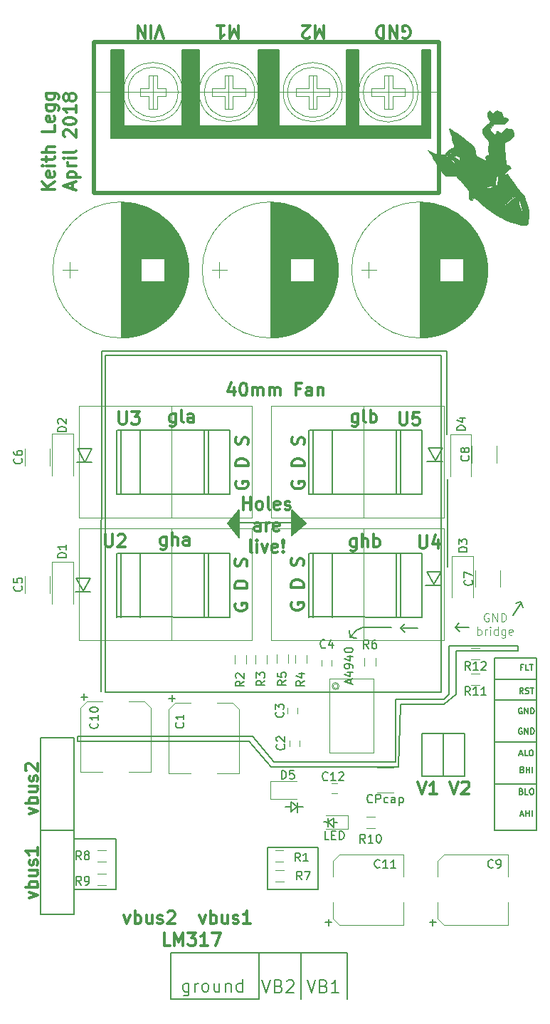
<source format=gbr>
G04 #@! TF.GenerationSoftware,KiCad,Pcbnew,5.0.0-rc2-dev-unknown-648803d~64~ubuntu16.04.1*
G04 #@! TF.CreationDate,2018-04-28T23:38:00-07:00*
G04 #@! TF.ProjectId,HICURRNT_Bridge,4849435552524E545F4272696467652E,rev?*
G04 #@! TF.SameCoordinates,Original*
G04 #@! TF.FileFunction,Legend,Top*
G04 #@! TF.FilePolarity,Positive*
%FSLAX46Y46*%
G04 Gerber Fmt 4.6, Leading zero omitted, Abs format (unit mm)*
G04 Created by KiCad (PCBNEW 5.0.0-rc2-dev-unknown-648803d~64~ubuntu16.04.1) date Sat Apr 28 23:38:00 2018*
%MOMM*%
%LPD*%
G01*
G04 APERTURE LIST*
%ADD10C,0.300000*%
%ADD11C,0.200000*%
%ADD12C,0.150000*%
%ADD13C,0.100000*%
%ADD14C,0.175000*%
%ADD15C,0.120000*%
%ADD16C,0.500000*%
%ADD17C,0.050000*%
%ADD18C,0.010000*%
%ADD19C,0.304800*%
G04 APERTURE END LIST*
D10*
X3653571Y96321428D02*
X2153571Y96321428D01*
X3653571Y97178571D02*
X2796428Y96535714D01*
X2153571Y97178571D02*
X3010714Y96321428D01*
X3582142Y98392857D02*
X3653571Y98250000D01*
X3653571Y97964285D01*
X3582142Y97821428D01*
X3439285Y97750000D01*
X2867857Y97750000D01*
X2724999Y97821428D01*
X2653571Y97964285D01*
X2653571Y98250000D01*
X2725000Y98392857D01*
X2867857Y98464285D01*
X3010714Y98464285D01*
X3153571Y97750000D01*
X3653571Y99107142D02*
X2653571Y99107142D01*
X2153571Y99107142D02*
X2225000Y99035714D01*
X2296428Y99107142D01*
X2225000Y99178571D01*
X2153571Y99107142D01*
X2296428Y99107142D01*
X2653571Y99607142D02*
X2653571Y100178571D01*
X2153571Y99821428D02*
X3439285Y99821428D01*
X3582142Y99892857D01*
X3653571Y100035714D01*
X3653571Y100178571D01*
X3653571Y100678571D02*
X2153571Y100678571D01*
X3653571Y101321428D02*
X2867857Y101321428D01*
X2725000Y101250000D01*
X2653571Y101107142D01*
X2653571Y100892857D01*
X2725000Y100750000D01*
X2796428Y100678571D01*
X3653571Y103892857D02*
X3653571Y103178571D01*
X2153571Y103178571D01*
X3582142Y104964285D02*
X3653571Y104821428D01*
X3653571Y104535714D01*
X3582142Y104392857D01*
X3439285Y104321428D01*
X2867857Y104321428D01*
X2725000Y104392857D01*
X2653571Y104535714D01*
X2653571Y104821428D01*
X2725000Y104964285D01*
X2867857Y105035714D01*
X3010714Y105035714D01*
X3153571Y104321428D01*
X2653571Y106321428D02*
X3867857Y106321428D01*
X4010714Y106250000D01*
X4082142Y106178571D01*
X4153571Y106035714D01*
X4153571Y105821428D01*
X4082142Y105678571D01*
X3582142Y106321428D02*
X3653571Y106178571D01*
X3653571Y105892857D01*
X3582142Y105750000D01*
X3510714Y105678571D01*
X3367857Y105607142D01*
X2939285Y105607142D01*
X2796428Y105678571D01*
X2725000Y105750000D01*
X2653571Y105892857D01*
X2653571Y106178571D01*
X2725000Y106321428D01*
X2653571Y107678571D02*
X3867857Y107678571D01*
X4010714Y107607142D01*
X4082142Y107535714D01*
X4153571Y107392857D01*
X4153571Y107178571D01*
X4082142Y107035714D01*
X3582142Y107678571D02*
X3653571Y107535714D01*
X3653571Y107250000D01*
X3582142Y107107142D01*
X3510714Y107035714D01*
X3367857Y106964285D01*
X2939285Y106964285D01*
X2796428Y107035714D01*
X2725000Y107107142D01*
X2653571Y107250000D01*
X2653571Y107535714D01*
X2725000Y107678571D01*
X5775000Y96321428D02*
X5775000Y97035714D01*
X6203571Y96178571D02*
X4703571Y96678571D01*
X6203571Y97178571D01*
X5203571Y97678571D02*
X6703571Y97678571D01*
X5275000Y97678571D02*
X5203571Y97821428D01*
X5203571Y98107142D01*
X5275000Y98250000D01*
X5346428Y98321428D01*
X5489285Y98392857D01*
X5917857Y98392857D01*
X6060714Y98321428D01*
X6132142Y98250000D01*
X6203571Y98107142D01*
X6203571Y97821428D01*
X6132142Y97678571D01*
X6203571Y99035714D02*
X5203571Y99035714D01*
X5489285Y99035714D02*
X5346428Y99107142D01*
X5275000Y99178571D01*
X5203571Y99321428D01*
X5203571Y99464285D01*
X6203571Y99964285D02*
X5203571Y99964285D01*
X4703571Y99964285D02*
X4775000Y99892857D01*
X4846428Y99964285D01*
X4775000Y100035714D01*
X4703571Y99964285D01*
X4846428Y99964285D01*
X6203571Y100892857D02*
X6132142Y100750000D01*
X5989285Y100678571D01*
X4703571Y100678571D01*
X4846428Y102535714D02*
X4775000Y102607142D01*
X4703571Y102750000D01*
X4703571Y103107142D01*
X4775000Y103250000D01*
X4846428Y103321428D01*
X4989285Y103392857D01*
X5132142Y103392857D01*
X5346428Y103321428D01*
X6203571Y102464285D01*
X6203571Y103392857D01*
X4703571Y104321428D02*
X4703571Y104464285D01*
X4775000Y104607142D01*
X4846428Y104678571D01*
X4989285Y104750000D01*
X5275000Y104821428D01*
X5632142Y104821428D01*
X5917857Y104750000D01*
X6060714Y104678571D01*
X6132142Y104607142D01*
X6203571Y104464285D01*
X6203571Y104321428D01*
X6132142Y104178571D01*
X6060714Y104107142D01*
X5917857Y104035714D01*
X5632142Y103964285D01*
X5275000Y103964285D01*
X4989285Y104035714D01*
X4846428Y104107142D01*
X4775000Y104178571D01*
X4703571Y104321428D01*
X6203571Y106250000D02*
X6203571Y105392857D01*
X6203571Y105821428D02*
X4703571Y105821428D01*
X4917857Y105678571D01*
X5060714Y105535714D01*
X5132142Y105392857D01*
X5346428Y107107142D02*
X5275000Y106964285D01*
X5203571Y106892857D01*
X5060714Y106821428D01*
X4989285Y106821428D01*
X4846428Y106892857D01*
X4775000Y106964285D01*
X4703571Y107107142D01*
X4703571Y107392857D01*
X4775000Y107535714D01*
X4846428Y107607142D01*
X4989285Y107678571D01*
X5060714Y107678571D01*
X5203571Y107607142D01*
X5275000Y107535714D01*
X5346428Y107392857D01*
X5346428Y107107142D01*
X5417857Y106964285D01*
X5489285Y106892857D01*
X5632142Y106821428D01*
X5917857Y106821428D01*
X6060714Y106892857D01*
X6132142Y106964285D01*
X6203571Y107107142D01*
X6203571Y107392857D01*
X6132142Y107535714D01*
X6060714Y107607142D01*
X5917857Y107678571D01*
X5632142Y107678571D01*
X5489285Y107607142D01*
X5417857Y107535714D01*
X5346428Y107392857D01*
D11*
X45100000Y44100000D02*
X46850000Y44100000D01*
X44850000Y44150000D02*
X45350000Y43650000D01*
X45350000Y44600000D02*
X44850000Y44150000D01*
X42450000Y44250000D02*
X43750000Y44200000D01*
X40350000Y44200000D02*
X42450000Y44250000D01*
X39600000Y43850000D02*
X40350000Y44200000D01*
X38850000Y43000000D02*
X39600000Y43850000D01*
X38850000Y43000000D02*
X39550000Y42950000D01*
X38750000Y43850000D02*
X38850000Y43000000D01*
D10*
X26150000Y58221428D02*
X26150000Y59721428D01*
X26150000Y59007142D02*
X27007142Y59007142D01*
X27007142Y58221428D02*
X27007142Y59721428D01*
X27935714Y58221428D02*
X27792857Y58292857D01*
X27721428Y58364285D01*
X27650000Y58507142D01*
X27650000Y58935714D01*
X27721428Y59078571D01*
X27792857Y59150000D01*
X27935714Y59221428D01*
X28150000Y59221428D01*
X28292857Y59150000D01*
X28364285Y59078571D01*
X28435714Y58935714D01*
X28435714Y58507142D01*
X28364285Y58364285D01*
X28292857Y58292857D01*
X28150000Y58221428D01*
X27935714Y58221428D01*
X29292857Y58221428D02*
X29150000Y58292857D01*
X29078571Y58435714D01*
X29078571Y59721428D01*
X30435714Y58292857D02*
X30292857Y58221428D01*
X30007142Y58221428D01*
X29864285Y58292857D01*
X29792857Y58435714D01*
X29792857Y59007142D01*
X29864285Y59150000D01*
X30007142Y59221428D01*
X30292857Y59221428D01*
X30435714Y59150000D01*
X30507142Y59007142D01*
X30507142Y58864285D01*
X29792857Y58721428D01*
X31078571Y58292857D02*
X31221428Y58221428D01*
X31507142Y58221428D01*
X31650000Y58292857D01*
X31721428Y58435714D01*
X31721428Y58507142D01*
X31650000Y58650000D01*
X31507142Y58721428D01*
X31292857Y58721428D01*
X31150000Y58792857D01*
X31078571Y58935714D01*
X31078571Y59007142D01*
X31150000Y59150000D01*
X31292857Y59221428D01*
X31507142Y59221428D01*
X31650000Y59150000D01*
X28114285Y55671428D02*
X28114285Y56457142D01*
X28042857Y56600000D01*
X27900000Y56671428D01*
X27614285Y56671428D01*
X27471428Y56600000D01*
X28114285Y55742857D02*
X27971428Y55671428D01*
X27614285Y55671428D01*
X27471428Y55742857D01*
X27400000Y55885714D01*
X27400000Y56028571D01*
X27471428Y56171428D01*
X27614285Y56242857D01*
X27971428Y56242857D01*
X28114285Y56314285D01*
X28828571Y55671428D02*
X28828571Y56671428D01*
X28828571Y56385714D02*
X28900000Y56528571D01*
X28971428Y56600000D01*
X29114285Y56671428D01*
X29257142Y56671428D01*
X30328571Y55742857D02*
X30185714Y55671428D01*
X29900000Y55671428D01*
X29757142Y55742857D01*
X29685714Y55885714D01*
X29685714Y56457142D01*
X29757142Y56600000D01*
X29900000Y56671428D01*
X30185714Y56671428D01*
X30328571Y56600000D01*
X30400000Y56457142D01*
X30400000Y56314285D01*
X29685714Y56171428D01*
X27150000Y53121428D02*
X27007142Y53192857D01*
X26935714Y53335714D01*
X26935714Y54621428D01*
X27721428Y53121428D02*
X27721428Y54121428D01*
X27721428Y54621428D02*
X27650000Y54550000D01*
X27721428Y54478571D01*
X27792857Y54550000D01*
X27721428Y54621428D01*
X27721428Y54478571D01*
X28292857Y54121428D02*
X28650000Y53121428D01*
X29007142Y54121428D01*
X30150000Y53192857D02*
X30007142Y53121428D01*
X29721428Y53121428D01*
X29578571Y53192857D01*
X29507142Y53335714D01*
X29507142Y53907142D01*
X29578571Y54050000D01*
X29721428Y54121428D01*
X30007142Y54121428D01*
X30150000Y54050000D01*
X30221428Y53907142D01*
X30221428Y53764285D01*
X29507142Y53621428D01*
X30864285Y53264285D02*
X30935714Y53192857D01*
X30864285Y53121428D01*
X30792857Y53192857D01*
X30864285Y53264285D01*
X30864285Y53121428D01*
X30864285Y53692857D02*
X30792857Y54550000D01*
X30864285Y54621428D01*
X30935714Y54550000D01*
X30864285Y53692857D01*
X30864285Y54621428D01*
D12*
G36*
X24300000Y56600000D02*
X25650000Y54900000D01*
X25650000Y58200000D01*
X24300000Y56600000D01*
G37*
X24300000Y56600000D02*
X25650000Y54900000D01*
X25650000Y58200000D01*
X24300000Y56600000D01*
G36*
X33600000Y56550000D02*
X31900000Y55150000D01*
X31850000Y58150000D01*
X33600000Y56550000D01*
G37*
X33600000Y56550000D02*
X31900000Y55150000D01*
X31850000Y58150000D01*
X33600000Y56550000D01*
D11*
X24350000Y56650000D02*
X33550000Y56650000D01*
D10*
X25000000Y72771428D02*
X25000000Y71771428D01*
X24642857Y73342857D02*
X24285714Y72271428D01*
X25214285Y72271428D01*
X26071428Y73271428D02*
X26214285Y73271428D01*
X26357142Y73200000D01*
X26428571Y73128571D01*
X26500000Y72985714D01*
X26571428Y72700000D01*
X26571428Y72342857D01*
X26500000Y72057142D01*
X26428571Y71914285D01*
X26357142Y71842857D01*
X26214285Y71771428D01*
X26071428Y71771428D01*
X25928571Y71842857D01*
X25857142Y71914285D01*
X25785714Y72057142D01*
X25714285Y72342857D01*
X25714285Y72700000D01*
X25785714Y72985714D01*
X25857142Y73128571D01*
X25928571Y73200000D01*
X26071428Y73271428D01*
X27214285Y71771428D02*
X27214285Y72771428D01*
X27214285Y72628571D02*
X27285714Y72700000D01*
X27428571Y72771428D01*
X27642857Y72771428D01*
X27785714Y72700000D01*
X27857142Y72557142D01*
X27857142Y71771428D01*
X27857142Y72557142D02*
X27928571Y72700000D01*
X28071428Y72771428D01*
X28285714Y72771428D01*
X28428571Y72700000D01*
X28500000Y72557142D01*
X28500000Y71771428D01*
X29214285Y71771428D02*
X29214285Y72771428D01*
X29214285Y72628571D02*
X29285714Y72700000D01*
X29428571Y72771428D01*
X29642857Y72771428D01*
X29785714Y72700000D01*
X29857142Y72557142D01*
X29857142Y71771428D01*
X29857142Y72557142D02*
X29928571Y72700000D01*
X30071428Y72771428D01*
X30285714Y72771428D01*
X30428571Y72700000D01*
X30500000Y72557142D01*
X30500000Y71771428D01*
X32857142Y72557142D02*
X32357142Y72557142D01*
X32357142Y71771428D02*
X32357142Y73271428D01*
X33071428Y73271428D01*
X34285714Y71771428D02*
X34285714Y72557142D01*
X34214285Y72700000D01*
X34071428Y72771428D01*
X33785714Y72771428D01*
X33642857Y72700000D01*
X34285714Y71842857D02*
X34142857Y71771428D01*
X33785714Y71771428D01*
X33642857Y71842857D01*
X33571428Y71985714D01*
X33571428Y72128571D01*
X33642857Y72271428D01*
X33785714Y72342857D01*
X34142857Y72342857D01*
X34285714Y72414285D01*
X35000000Y72771428D02*
X35000000Y71771428D01*
X35000000Y72628571D02*
X35071428Y72700000D01*
X35214285Y72771428D01*
X35428571Y72771428D01*
X35571428Y72700000D01*
X35642857Y72557142D01*
X35642857Y71771428D01*
D11*
X50450000Y61800000D02*
X50450000Y51400000D01*
X50300000Y77050000D02*
X50350000Y67150000D01*
X9300000Y77050000D02*
X50300000Y77050000D01*
X9150000Y36550000D02*
X9300000Y77050000D01*
X38866666Y37507142D02*
X38866666Y37983333D01*
X39152380Y37411904D02*
X38152380Y37745238D01*
X39152380Y38078571D01*
X38485714Y38840476D02*
X39152380Y38840476D01*
X38104761Y38602380D02*
X38819047Y38364285D01*
X38819047Y38983333D01*
X39152380Y39411904D02*
X39152380Y39602380D01*
X39104761Y39697619D01*
X39057142Y39745238D01*
X38914285Y39840476D01*
X38723809Y39888095D01*
X38342857Y39888095D01*
X38247619Y39840476D01*
X38200000Y39792857D01*
X38152380Y39697619D01*
X38152380Y39507142D01*
X38200000Y39411904D01*
X38247619Y39364285D01*
X38342857Y39316666D01*
X38580952Y39316666D01*
X38676190Y39364285D01*
X38723809Y39411904D01*
X38771428Y39507142D01*
X38771428Y39697619D01*
X38723809Y39792857D01*
X38676190Y39840476D01*
X38580952Y39888095D01*
X38485714Y40745238D02*
X39152380Y40745238D01*
X38104761Y40507142D02*
X38819047Y40269047D01*
X38819047Y40888095D01*
X38152380Y41459523D02*
X38152380Y41554761D01*
X38200000Y41650000D01*
X38247619Y41697619D01*
X38342857Y41745238D01*
X38533333Y41792857D01*
X38771428Y41792857D01*
X38961904Y41745238D01*
X39057142Y41697619D01*
X39104761Y41650000D01*
X39152380Y41554761D01*
X39152380Y41459523D01*
X39104761Y41364285D01*
X39057142Y41316666D01*
X38961904Y41269047D01*
X38771428Y41221428D01*
X38533333Y41221428D01*
X38342857Y41269047D01*
X38247619Y41316666D01*
X38200000Y41364285D01*
X38152380Y41459523D01*
D10*
X46857142Y25871428D02*
X47357142Y24371428D01*
X47857142Y25871428D01*
X49142857Y24371428D02*
X48285714Y24371428D01*
X48714285Y24371428D02*
X48714285Y25871428D01*
X48571428Y25657142D01*
X48428571Y25514285D01*
X48285714Y25442857D01*
X50714285Y25871428D02*
X51214285Y24371428D01*
X51714285Y25871428D01*
X52142857Y25728571D02*
X52214285Y25800000D01*
X52357142Y25871428D01*
X52714285Y25871428D01*
X52857142Y25800000D01*
X52928571Y25728571D01*
X53000000Y25585714D01*
X53000000Y25442857D01*
X52928571Y25228571D01*
X52071428Y24371428D01*
X53000000Y24371428D01*
X678571Y12014285D02*
X1678571Y12371428D01*
X678571Y12728571D01*
X1678571Y13300000D02*
X178571Y13300000D01*
X749999Y13300000D02*
X678571Y13442857D01*
X678571Y13728571D01*
X750000Y13871428D01*
X821428Y13942857D01*
X964285Y14014285D01*
X1392857Y14014285D01*
X1535714Y13942857D01*
X1607142Y13871428D01*
X1678571Y13728571D01*
X1678571Y13442857D01*
X1607142Y13300000D01*
X678571Y15300000D02*
X1678571Y15300000D01*
X678571Y14657142D02*
X1464285Y14657142D01*
X1607142Y14728571D01*
X1678571Y14871428D01*
X1678571Y15085714D01*
X1607142Y15228571D01*
X1535714Y15300000D01*
X1607142Y15942857D02*
X1678571Y16085714D01*
X1678571Y16371428D01*
X1607142Y16514285D01*
X1464285Y16585714D01*
X1392857Y16585714D01*
X1250000Y16514285D01*
X1178571Y16371428D01*
X1178571Y16157142D01*
X1107142Y16014285D01*
X964285Y15942857D01*
X892857Y15942857D01*
X750000Y16014285D01*
X678571Y16157142D01*
X678571Y16371428D01*
X750000Y16514285D01*
X1678571Y18014285D02*
X1678571Y17157142D01*
X1678571Y17585714D02*
X178571Y17585714D01*
X392857Y17442857D01*
X535714Y17300000D01*
X607142Y17157142D01*
X678571Y22014285D02*
X1678571Y22371428D01*
X678571Y22728571D01*
X1678571Y23300000D02*
X178571Y23300000D01*
X749999Y23300000D02*
X678571Y23442857D01*
X678571Y23728571D01*
X750000Y23871428D01*
X821428Y23942857D01*
X964285Y24014285D01*
X1392857Y24014285D01*
X1535714Y23942857D01*
X1607142Y23871428D01*
X1678571Y23728571D01*
X1678571Y23442857D01*
X1607142Y23300000D01*
X678571Y25300000D02*
X1678571Y25300000D01*
X678571Y24657142D02*
X1464285Y24657142D01*
X1607142Y24728571D01*
X1678571Y24871428D01*
X1678571Y25085714D01*
X1607142Y25228571D01*
X1535714Y25300000D01*
X1607142Y25942857D02*
X1678571Y26085714D01*
X1678571Y26371428D01*
X1607142Y26514285D01*
X1464285Y26585714D01*
X1392857Y26585714D01*
X1250000Y26514285D01*
X1178571Y26371428D01*
X1178571Y26157142D01*
X1107142Y26014285D01*
X964285Y25942857D01*
X892857Y25942857D01*
X750000Y26014285D01*
X678571Y26157142D01*
X678571Y26371428D01*
X750000Y26514285D01*
X321428Y27157142D02*
X250000Y27228571D01*
X178571Y27371428D01*
X178571Y27728571D01*
X250000Y27871428D01*
X321428Y27942857D01*
X464285Y28014285D01*
X607142Y28014285D01*
X821428Y27942857D01*
X1678571Y27085714D01*
X1678571Y28014285D01*
D11*
X11000000Y19050000D02*
X6000000Y19050000D01*
X11000000Y13050000D02*
X11000000Y19050000D01*
X6000000Y13050000D02*
X11000000Y13050000D01*
X35000000Y13050000D02*
X29000000Y13050000D01*
X35000000Y18050000D02*
X35000000Y13050000D01*
X34000000Y18050000D02*
X35000000Y18050000D01*
X29000000Y18050000D02*
X34000000Y18050000D01*
X29000000Y13050000D02*
X29000000Y18050000D01*
X36950000Y21050000D02*
X37300000Y21050000D01*
X36250000Y21050000D02*
X35700000Y21100000D01*
X36900000Y20450000D02*
X36250000Y21050000D01*
X36850000Y21550000D02*
X36900000Y20450000D01*
X36250000Y21100000D02*
X36850000Y21550000D01*
X36200000Y20500000D02*
X36200000Y21550000D01*
X32550000Y22900000D02*
X33200000Y22900000D01*
X31150000Y22900000D02*
X31750000Y22900000D01*
X31800000Y22250000D02*
X32450000Y22850000D01*
X31800000Y23500000D02*
X31800000Y22250000D01*
X32550000Y22850000D02*
X31800000Y23500000D01*
X32550000Y22200000D02*
X32550000Y23400000D01*
X51350000Y44200000D02*
X51850000Y43700000D01*
X51350000Y44250000D02*
X51800000Y44750000D01*
X52950000Y44250000D02*
X51350000Y44250000D01*
X59150000Y47250000D02*
X58550000Y47100000D01*
X59150000Y47200000D02*
X59400000Y46550000D01*
X58200000Y45650000D02*
X59200000Y47150000D01*
D13*
X55307142Y45850000D02*
X55211904Y45897619D01*
X55069047Y45897619D01*
X54926190Y45850000D01*
X54830952Y45754761D01*
X54783333Y45659523D01*
X54735714Y45469047D01*
X54735714Y45326190D01*
X54783333Y45135714D01*
X54830952Y45040476D01*
X54926190Y44945238D01*
X55069047Y44897619D01*
X55164285Y44897619D01*
X55307142Y44945238D01*
X55354761Y44992857D01*
X55354761Y45326190D01*
X55164285Y45326190D01*
X55783333Y44897619D02*
X55783333Y45897619D01*
X56354761Y44897619D01*
X56354761Y45897619D01*
X56830952Y44897619D02*
X56830952Y45897619D01*
X57069047Y45897619D01*
X57211904Y45850000D01*
X57307142Y45754761D01*
X57354761Y45659523D01*
X57402380Y45469047D01*
X57402380Y45326190D01*
X57354761Y45135714D01*
X57307142Y45040476D01*
X57211904Y44945238D01*
X57069047Y44897619D01*
X56830952Y44897619D01*
X53973809Y43297619D02*
X53973809Y44297619D01*
X53973809Y43916666D02*
X54069047Y43964285D01*
X54259523Y43964285D01*
X54354761Y43916666D01*
X54402380Y43869047D01*
X54450000Y43773809D01*
X54450000Y43488095D01*
X54402380Y43392857D01*
X54354761Y43345238D01*
X54259523Y43297619D01*
X54069047Y43297619D01*
X53973809Y43345238D01*
X54878571Y43297619D02*
X54878571Y43964285D01*
X54878571Y43773809D02*
X54926190Y43869047D01*
X54973809Y43916666D01*
X55069047Y43964285D01*
X55164285Y43964285D01*
X55497619Y43297619D02*
X55497619Y43964285D01*
X55497619Y44297619D02*
X55450000Y44250000D01*
X55497619Y44202380D01*
X55545238Y44250000D01*
X55497619Y44297619D01*
X55497619Y44202380D01*
X56402380Y43297619D02*
X56402380Y44297619D01*
X56402380Y43345238D02*
X56307142Y43297619D01*
X56116666Y43297619D01*
X56021428Y43345238D01*
X55973809Y43392857D01*
X55926190Y43488095D01*
X55926190Y43773809D01*
X55973809Y43869047D01*
X56021428Y43916666D01*
X56116666Y43964285D01*
X56307142Y43964285D01*
X56402380Y43916666D01*
X57307142Y43964285D02*
X57307142Y43154761D01*
X57259523Y43059523D01*
X57211904Y43011904D01*
X57116666Y42964285D01*
X56973809Y42964285D01*
X56878571Y43011904D01*
X57307142Y43345238D02*
X57211904Y43297619D01*
X57021428Y43297619D01*
X56926190Y43345238D01*
X56878571Y43392857D01*
X56830952Y43488095D01*
X56830952Y43773809D01*
X56878571Y43869047D01*
X56926190Y43916666D01*
X57021428Y43964285D01*
X57211904Y43964285D01*
X57307142Y43916666D01*
X58164285Y43345238D02*
X58069047Y43297619D01*
X57878571Y43297619D01*
X57783333Y43345238D01*
X57735714Y43440476D01*
X57735714Y43821428D01*
X57783333Y43916666D01*
X57878571Y43964285D01*
X58069047Y43964285D01*
X58164285Y43916666D01*
X58211904Y43821428D01*
X58211904Y43726190D01*
X57735714Y43630952D01*
D11*
X33000000Y5550000D02*
X33000000Y50000D01*
X38500000Y5550000D02*
X38500000Y50000D01*
X28000000Y5550000D02*
X38500000Y5550000D01*
X17500000Y50000D02*
X17500000Y5550000D01*
X28000000Y50000D02*
X17500000Y50000D01*
X28000000Y5550000D02*
X28000000Y50000D01*
X17500000Y5550000D02*
X28000000Y5550000D01*
X61000000Y40550000D02*
X56000000Y40550000D01*
X56000000Y38050000D02*
X61000000Y38050000D01*
X56000000Y35550000D02*
X61000000Y35550000D01*
X56000000Y30550000D02*
X61000000Y30550000D01*
X56000000Y25550000D02*
X61000000Y25550000D01*
X56000000Y40550000D02*
X56000000Y20050000D01*
X61000000Y20050000D02*
X61000000Y40550000D01*
X56000000Y20050000D02*
X61000000Y20050000D01*
D14*
X59350000Y39500000D02*
X59116666Y39500000D01*
X59116666Y39133333D02*
X59116666Y39833333D01*
X59450000Y39833333D01*
X60050000Y39133333D02*
X59716666Y39133333D01*
X59716666Y39833333D01*
X60183333Y39833333D02*
X60583333Y39833333D01*
X60383333Y39133333D02*
X60383333Y39833333D01*
X59100000Y21945833D02*
X59433333Y21945833D01*
X59033333Y21745833D02*
X59266666Y22445833D01*
X59500000Y21745833D01*
X59733333Y21745833D02*
X59733333Y22445833D01*
X59733333Y22112500D02*
X60133333Y22112500D01*
X60133333Y21745833D02*
X60133333Y22445833D01*
X60466666Y21745833D02*
X60466666Y22445833D01*
X59200000Y24712500D02*
X59300000Y24679166D01*
X59333333Y24645833D01*
X59366666Y24579166D01*
X59366666Y24479166D01*
X59333333Y24412500D01*
X59300000Y24379166D01*
X59233333Y24345833D01*
X58966666Y24345833D01*
X58966666Y25045833D01*
X59200000Y25045833D01*
X59266666Y25012500D01*
X59300000Y24979166D01*
X59333333Y24912500D01*
X59333333Y24845833D01*
X59300000Y24779166D01*
X59266666Y24745833D01*
X59200000Y24712500D01*
X58966666Y24712500D01*
X60000000Y24345833D02*
X59666666Y24345833D01*
X59666666Y25045833D01*
X60366666Y25045833D02*
X60500000Y25045833D01*
X60566666Y25012500D01*
X60633333Y24945833D01*
X60666666Y24812500D01*
X60666666Y24579166D01*
X60633333Y24445833D01*
X60566666Y24379166D01*
X60500000Y24345833D01*
X60366666Y24345833D01*
X60300000Y24379166D01*
X60233333Y24445833D01*
X60200000Y24579166D01*
X60200000Y24812500D01*
X60233333Y24945833D01*
X60300000Y25012500D01*
X60366666Y25045833D01*
X59316666Y27312500D02*
X59416666Y27279166D01*
X59450000Y27245833D01*
X59483333Y27179166D01*
X59483333Y27079166D01*
X59450000Y27012500D01*
X59416666Y26979166D01*
X59350000Y26945833D01*
X59083333Y26945833D01*
X59083333Y27645833D01*
X59316666Y27645833D01*
X59383333Y27612500D01*
X59416666Y27579166D01*
X59450000Y27512500D01*
X59450000Y27445833D01*
X59416666Y27379166D01*
X59383333Y27345833D01*
X59316666Y27312500D01*
X59083333Y27312500D01*
X59783333Y26945833D02*
X59783333Y27645833D01*
X59783333Y27312500D02*
X60183333Y27312500D01*
X60183333Y26945833D02*
X60183333Y27645833D01*
X60516666Y26945833D02*
X60516666Y27645833D01*
X58983333Y29133333D02*
X59316666Y29133333D01*
X58916666Y28933333D02*
X59150000Y29633333D01*
X59383333Y28933333D01*
X59950000Y28933333D02*
X59616666Y28933333D01*
X59616666Y29633333D01*
X60316666Y29633333D02*
X60450000Y29633333D01*
X60516666Y29600000D01*
X60583333Y29533333D01*
X60616666Y29400000D01*
X60616666Y29166666D01*
X60583333Y29033333D01*
X60516666Y28966666D01*
X60450000Y28933333D01*
X60316666Y28933333D01*
X60250000Y28966666D01*
X60183333Y29033333D01*
X60150000Y29166666D01*
X60150000Y29400000D01*
X60183333Y29533333D01*
X60250000Y29600000D01*
X60316666Y29633333D01*
X59266666Y32200000D02*
X59200000Y32233333D01*
X59100000Y32233333D01*
X59000000Y32200000D01*
X58933333Y32133333D01*
X58900000Y32066666D01*
X58866666Y31933333D01*
X58866666Y31833333D01*
X58900000Y31700000D01*
X58933333Y31633333D01*
X59000000Y31566666D01*
X59100000Y31533333D01*
X59166666Y31533333D01*
X59266666Y31566666D01*
X59300000Y31600000D01*
X59300000Y31833333D01*
X59166666Y31833333D01*
X59600000Y31533333D02*
X59600000Y32233333D01*
X60000000Y31533333D01*
X60000000Y32233333D01*
X60333333Y31533333D02*
X60333333Y32233333D01*
X60500000Y32233333D01*
X60600000Y32200000D01*
X60666666Y32133333D01*
X60700000Y32066666D01*
X60733333Y31933333D01*
X60733333Y31833333D01*
X60700000Y31700000D01*
X60666666Y31633333D01*
X60600000Y31566666D01*
X60500000Y31533333D01*
X60333333Y31533333D01*
X59266666Y34600000D02*
X59200000Y34633333D01*
X59100000Y34633333D01*
X59000000Y34600000D01*
X58933333Y34533333D01*
X58900000Y34466666D01*
X58866666Y34333333D01*
X58866666Y34233333D01*
X58900000Y34100000D01*
X58933333Y34033333D01*
X59000000Y33966666D01*
X59100000Y33933333D01*
X59166666Y33933333D01*
X59266666Y33966666D01*
X59300000Y34000000D01*
X59300000Y34233333D01*
X59166666Y34233333D01*
X59600000Y33933333D02*
X59600000Y34633333D01*
X60000000Y33933333D01*
X60000000Y34633333D01*
X60333333Y33933333D02*
X60333333Y34633333D01*
X60500000Y34633333D01*
X60600000Y34600000D01*
X60666666Y34533333D01*
X60700000Y34466666D01*
X60733333Y34333333D01*
X60733333Y34233333D01*
X60700000Y34100000D01*
X60666666Y34033333D01*
X60600000Y33966666D01*
X60500000Y33933333D01*
X60333333Y33933333D01*
X59416666Y36333333D02*
X59183333Y36666666D01*
X59016666Y36333333D02*
X59016666Y37033333D01*
X59283333Y37033333D01*
X59350000Y37000000D01*
X59383333Y36966666D01*
X59416666Y36900000D01*
X59416666Y36800000D01*
X59383333Y36733333D01*
X59350000Y36700000D01*
X59283333Y36666666D01*
X59016666Y36666666D01*
X59683333Y36366666D02*
X59783333Y36333333D01*
X59950000Y36333333D01*
X60016666Y36366666D01*
X60050000Y36400000D01*
X60083333Y36466666D01*
X60083333Y36533333D01*
X60050000Y36600000D01*
X60016666Y36633333D01*
X59950000Y36666666D01*
X59816666Y36700000D01*
X59750000Y36733333D01*
X59716666Y36766666D01*
X59683333Y36833333D01*
X59683333Y36900000D01*
X59716666Y36966666D01*
X59750000Y37000000D01*
X59816666Y37033333D01*
X59983333Y37033333D01*
X60083333Y37000000D01*
X60283333Y37033333D02*
X60683333Y37033333D01*
X60483333Y36333333D02*
X60483333Y37033333D01*
D11*
X6000000Y31050000D02*
X6000000Y20050000D01*
X2000000Y31050000D02*
X6000000Y31050000D01*
X2000000Y20050000D02*
X2000000Y31050000D01*
X6000000Y20050000D02*
X6000000Y10050000D01*
X2000000Y20050000D02*
X6000000Y20050000D01*
X2000000Y10050000D02*
X2000000Y20050000D01*
X6000000Y10050000D02*
X2000000Y10050000D01*
X6400000Y31250000D02*
X6800000Y31250000D01*
X6400000Y30650000D02*
X6400000Y31250000D01*
X26800000Y30650000D02*
X6400000Y30650000D01*
X29400000Y27650000D02*
X26800000Y30650000D01*
X29800000Y27650000D02*
X29400000Y27650000D01*
X44600000Y27650000D02*
X29800000Y27650000D01*
X44800000Y35050000D02*
X44600000Y27650000D01*
X50000000Y35050000D02*
X44800000Y35050000D01*
X51400000Y36250000D02*
X50000000Y35050000D01*
X51400000Y41450000D02*
X51400000Y36250000D01*
X58800000Y41450000D02*
X51400000Y41450000D01*
X58800000Y42050000D02*
X58800000Y41450000D01*
X50600000Y42050000D02*
X58800000Y42050000D01*
X50600000Y36250000D02*
X50600000Y42050000D01*
X50000000Y35650000D02*
X50600000Y36250000D01*
X44200000Y35650000D02*
X50000000Y35650000D01*
X44200000Y28250000D02*
X44200000Y35650000D01*
X29800000Y28250000D02*
X44200000Y28250000D01*
X27200000Y31250000D02*
X29800000Y28250000D01*
X6600000Y31250000D02*
X27200000Y31250000D01*
D10*
X39750000Y69571428D02*
X39750000Y68357142D01*
X39678571Y68214285D01*
X39607142Y68142857D01*
X39464285Y68071428D01*
X39250000Y68071428D01*
X39107142Y68142857D01*
X39750000Y68642857D02*
X39607142Y68571428D01*
X39321428Y68571428D01*
X39178571Y68642857D01*
X39107142Y68714285D01*
X39035714Y68857142D01*
X39035714Y69285714D01*
X39107142Y69428571D01*
X39178571Y69500000D01*
X39321428Y69571428D01*
X39607142Y69571428D01*
X39750000Y69500000D01*
X40678571Y68571428D02*
X40535714Y68642857D01*
X40464285Y68785714D01*
X40464285Y70071428D01*
X41250000Y68571428D02*
X41250000Y70071428D01*
X41250000Y69500000D02*
X41392857Y69571428D01*
X41678571Y69571428D01*
X41821428Y69500000D01*
X41892857Y69428571D01*
X41964285Y69285714D01*
X41964285Y68857142D01*
X41892857Y68714285D01*
X41821428Y68642857D01*
X41678571Y68571428D01*
X41392857Y68571428D01*
X41250000Y68642857D01*
X18050000Y69571428D02*
X18050000Y68357142D01*
X17978571Y68214285D01*
X17907142Y68142857D01*
X17764285Y68071428D01*
X17550000Y68071428D01*
X17407142Y68142857D01*
X18050000Y68642857D02*
X17907142Y68571428D01*
X17621428Y68571428D01*
X17478571Y68642857D01*
X17407142Y68714285D01*
X17335714Y68857142D01*
X17335714Y69285714D01*
X17407142Y69428571D01*
X17478571Y69500000D01*
X17621428Y69571428D01*
X17907142Y69571428D01*
X18050000Y69500000D01*
X18978571Y68571428D02*
X18835714Y68642857D01*
X18764285Y68785714D01*
X18764285Y70071428D01*
X20192857Y68571428D02*
X20192857Y69357142D01*
X20121428Y69500000D01*
X19978571Y69571428D01*
X19692857Y69571428D01*
X19550000Y69500000D01*
X20192857Y68642857D02*
X20050000Y68571428D01*
X19692857Y68571428D01*
X19550000Y68642857D01*
X19478571Y68785714D01*
X19478571Y68928571D01*
X19550000Y69071428D01*
X19692857Y69142857D01*
X20050000Y69142857D01*
X20192857Y69214285D01*
X39564285Y54771428D02*
X39564285Y53557142D01*
X39492857Y53414285D01*
X39421428Y53342857D01*
X39278571Y53271428D01*
X39064285Y53271428D01*
X38921428Y53342857D01*
X39564285Y53842857D02*
X39421428Y53771428D01*
X39135714Y53771428D01*
X38992857Y53842857D01*
X38921428Y53914285D01*
X38850000Y54057142D01*
X38850000Y54485714D01*
X38921428Y54628571D01*
X38992857Y54700000D01*
X39135714Y54771428D01*
X39421428Y54771428D01*
X39564285Y54700000D01*
X40278571Y53771428D02*
X40278571Y55271428D01*
X40921428Y53771428D02*
X40921428Y54557142D01*
X40850000Y54700000D01*
X40707142Y54771428D01*
X40492857Y54771428D01*
X40350000Y54700000D01*
X40278571Y54628571D01*
X41635714Y53771428D02*
X41635714Y55271428D01*
X41635714Y54700000D02*
X41778571Y54771428D01*
X42064285Y54771428D01*
X42207142Y54700000D01*
X42278571Y54628571D01*
X42350000Y54485714D01*
X42350000Y54057142D01*
X42278571Y53914285D01*
X42207142Y53842857D01*
X42064285Y53771428D01*
X41778571Y53771428D01*
X41635714Y53842857D01*
X16964285Y54971428D02*
X16964285Y53757142D01*
X16892857Y53614285D01*
X16821428Y53542857D01*
X16678571Y53471428D01*
X16464285Y53471428D01*
X16321428Y53542857D01*
X16964285Y54042857D02*
X16821428Y53971428D01*
X16535714Y53971428D01*
X16392857Y54042857D01*
X16321428Y54114285D01*
X16250000Y54257142D01*
X16250000Y54685714D01*
X16321428Y54828571D01*
X16392857Y54900000D01*
X16535714Y54971428D01*
X16821428Y54971428D01*
X16964285Y54900000D01*
X17678571Y53971428D02*
X17678571Y55471428D01*
X18321428Y53971428D02*
X18321428Y54757142D01*
X18250000Y54900000D01*
X18107142Y54971428D01*
X17892857Y54971428D01*
X17750000Y54900000D01*
X17678571Y54828571D01*
X19678571Y53971428D02*
X19678571Y54757142D01*
X19607142Y54900000D01*
X19464285Y54971428D01*
X19178571Y54971428D01*
X19035714Y54900000D01*
X19678571Y54042857D02*
X19535714Y53971428D01*
X19178571Y53971428D01*
X19035714Y54042857D01*
X18964285Y54185714D01*
X18964285Y54328571D01*
X19035714Y54471428D01*
X19178571Y54542857D01*
X19535714Y54542857D01*
X19678571Y54614285D01*
D11*
X7287868Y63958578D02*
X8087868Y65458579D01*
X6387868Y65458578D02*
X7187868Y64058578D01*
X8087868Y65458579D02*
X6387868Y65458578D01*
X8087868Y63858579D02*
X6287868Y63858579D01*
X7908724Y48461078D02*
X6108724Y48461077D01*
X7108724Y48561077D02*
X7908723Y50061077D01*
X6208724Y50061077D02*
X7008724Y48661077D01*
X7908723Y50061077D02*
X6208724Y50061077D01*
X49627201Y50847542D02*
X47927201Y50847542D01*
X48827201Y49347542D02*
X49627201Y50847542D01*
X49627201Y49247542D02*
X47827201Y49247541D01*
X47927201Y50847542D02*
X48727201Y49447542D01*
X48106949Y65552529D02*
X48906949Y64152530D01*
X49806949Y65552530D02*
X48106949Y65552529D01*
X49006949Y64052530D02*
X49806949Y65552530D01*
X49806949Y63952530D02*
X48006949Y63952530D01*
D10*
X25150000Y47035714D02*
X25078571Y46892857D01*
X25078571Y46678571D01*
X25150000Y46464285D01*
X25292857Y46321428D01*
X25435714Y46250000D01*
X25721428Y46178571D01*
X25935714Y46178571D01*
X26221428Y46250000D01*
X26364285Y46321428D01*
X26507142Y46464285D01*
X26578571Y46678571D01*
X26578571Y46821428D01*
X26507142Y47035714D01*
X26435714Y47107142D01*
X25935714Y47107142D01*
X25935714Y46821428D01*
X26578571Y48892857D02*
X25078571Y48892857D01*
X25078571Y49250000D01*
X25150000Y49464285D01*
X25292857Y49607142D01*
X25435714Y49678571D01*
X25721428Y49750000D01*
X25935714Y49750000D01*
X26221428Y49678571D01*
X26364285Y49607142D01*
X26507142Y49464285D01*
X26578571Y49250000D01*
X26578571Y48892857D01*
X26507142Y51464285D02*
X26578571Y51678571D01*
X26578571Y52035714D01*
X26507142Y52178571D01*
X26435714Y52250000D01*
X26292857Y52321428D01*
X26150000Y52321428D01*
X26007142Y52250000D01*
X25935714Y52178571D01*
X25864285Y52035714D01*
X25792857Y51750000D01*
X25721428Y51607142D01*
X25650000Y51535714D01*
X25507142Y51464285D01*
X25364285Y51464285D01*
X25221428Y51535714D01*
X25150000Y51607142D01*
X25078571Y51750000D01*
X25078571Y52107142D01*
X25150000Y52321428D01*
X31850000Y47135714D02*
X31778571Y46992857D01*
X31778571Y46778571D01*
X31850000Y46564285D01*
X31992857Y46421428D01*
X32135714Y46350000D01*
X32421428Y46278571D01*
X32635714Y46278571D01*
X32921428Y46350000D01*
X33064285Y46421428D01*
X33207142Y46564285D01*
X33278571Y46778571D01*
X33278571Y46921428D01*
X33207142Y47135714D01*
X33135714Y47207142D01*
X32635714Y47207142D01*
X32635714Y46921428D01*
X33278571Y48992857D02*
X31778571Y48992857D01*
X31778571Y49350000D01*
X31850000Y49564285D01*
X31992857Y49707142D01*
X32135714Y49778571D01*
X32421428Y49850000D01*
X32635714Y49850000D01*
X32921428Y49778571D01*
X33064285Y49707142D01*
X33207142Y49564285D01*
X33278571Y49350000D01*
X33278571Y48992857D01*
X33207142Y51564285D02*
X33278571Y51778571D01*
X33278571Y52135714D01*
X33207142Y52278571D01*
X33135714Y52350000D01*
X32992857Y52421428D01*
X32850000Y52421428D01*
X32707142Y52350000D01*
X32635714Y52278571D01*
X32564285Y52135714D01*
X32492857Y51850000D01*
X32421428Y51707142D01*
X32350000Y51635714D01*
X32207142Y51564285D01*
X32064285Y51564285D01*
X31921428Y51635714D01*
X31850000Y51707142D01*
X31778571Y51850000D01*
X31778571Y52207142D01*
X31850000Y52421428D01*
X31950000Y61535714D02*
X31878571Y61392857D01*
X31878571Y61178571D01*
X31950000Y60964285D01*
X32092857Y60821428D01*
X32235714Y60750000D01*
X32521428Y60678571D01*
X32735714Y60678571D01*
X33021428Y60750000D01*
X33164285Y60821428D01*
X33307142Y60964285D01*
X33378571Y61178571D01*
X33378571Y61321428D01*
X33307142Y61535714D01*
X33235714Y61607142D01*
X32735714Y61607142D01*
X32735714Y61321428D01*
X33378571Y63392857D02*
X31878571Y63392857D01*
X31878571Y63750000D01*
X31950000Y63964285D01*
X32092857Y64107142D01*
X32235714Y64178571D01*
X32521428Y64250000D01*
X32735714Y64250000D01*
X33021428Y64178571D01*
X33164285Y64107142D01*
X33307142Y63964285D01*
X33378571Y63750000D01*
X33378571Y63392857D01*
X33307142Y65964285D02*
X33378571Y66178571D01*
X33378571Y66535714D01*
X33307142Y66678571D01*
X33235714Y66750000D01*
X33092857Y66821428D01*
X32950000Y66821428D01*
X32807142Y66750000D01*
X32735714Y66678571D01*
X32664285Y66535714D01*
X32592857Y66250000D01*
X32521428Y66107142D01*
X32450000Y66035714D01*
X32307142Y65964285D01*
X32164285Y65964285D01*
X32021428Y66035714D01*
X31950000Y66107142D01*
X31878571Y66250000D01*
X31878571Y66607142D01*
X31950000Y66821428D01*
X25250000Y61535714D02*
X25178571Y61392857D01*
X25178571Y61178571D01*
X25250000Y60964285D01*
X25392857Y60821428D01*
X25535714Y60750000D01*
X25821428Y60678571D01*
X26035714Y60678571D01*
X26321428Y60750000D01*
X26464285Y60821428D01*
X26607142Y60964285D01*
X26678571Y61178571D01*
X26678571Y61321428D01*
X26607142Y61535714D01*
X26535714Y61607142D01*
X26035714Y61607142D01*
X26035714Y61321428D01*
X26678571Y63392857D02*
X25178571Y63392857D01*
X25178571Y63750000D01*
X25250000Y63964285D01*
X25392857Y64107142D01*
X25535714Y64178571D01*
X25821428Y64250000D01*
X26035714Y64250000D01*
X26321428Y64178571D01*
X26464285Y64107142D01*
X26607142Y63964285D01*
X26678571Y63750000D01*
X26678571Y63392857D01*
X26607142Y65964285D02*
X26678571Y66178571D01*
X26678571Y66535714D01*
X26607142Y66678571D01*
X26535714Y66750000D01*
X26392857Y66821428D01*
X26250000Y66821428D01*
X26107142Y66750000D01*
X26035714Y66678571D01*
X25964285Y66535714D01*
X25892857Y66250000D01*
X25821428Y66107142D01*
X25750000Y66035714D01*
X25607142Y65964285D01*
X25464285Y65964285D01*
X25321428Y66035714D01*
X25250000Y66107142D01*
X25178571Y66250000D01*
X25178571Y66607142D01*
X25250000Y66821428D01*
D11*
X9695000Y36545000D02*
X49700000Y36545000D01*
X49700000Y76550000D02*
X49700000Y36545000D01*
X9695000Y76550000D02*
X9695000Y36550000D01*
X9695000Y76550000D02*
X49695000Y76550000D01*
D10*
X45127857Y114300000D02*
X45270714Y114228571D01*
X45485000Y114228571D01*
X45699285Y114300000D01*
X45842142Y114442857D01*
X45913571Y114585714D01*
X45985000Y114871428D01*
X45985000Y115085714D01*
X45913571Y115371428D01*
X45842142Y115514285D01*
X45699285Y115657142D01*
X45485000Y115728571D01*
X45342142Y115728571D01*
X45127857Y115657142D01*
X45056428Y115585714D01*
X45056428Y115085714D01*
X45342142Y115085714D01*
X44413571Y115728571D02*
X44413571Y114228571D01*
X43556428Y115728571D01*
X43556428Y114228571D01*
X42842142Y115728571D02*
X42842142Y114228571D01*
X42485000Y114228571D01*
X42270714Y114300000D01*
X42127857Y114442857D01*
X42056428Y114585714D01*
X41985000Y114871428D01*
X41985000Y115085714D01*
X42056428Y115371428D01*
X42127857Y115514285D01*
X42270714Y115657142D01*
X42485000Y115728571D01*
X42842142Y115728571D01*
X35674285Y115728571D02*
X35674285Y114228571D01*
X35174285Y115300000D01*
X34674285Y114228571D01*
X34674285Y115728571D01*
X34031428Y114371428D02*
X33960000Y114300000D01*
X33817142Y114228571D01*
X33460000Y114228571D01*
X33317142Y114300000D01*
X33245714Y114371428D01*
X33174285Y114514285D01*
X33174285Y114657142D01*
X33245714Y114871428D01*
X34102857Y115728571D01*
X33174285Y115728571D01*
X25514285Y115728571D02*
X25514285Y114228571D01*
X25014285Y115300000D01*
X24514285Y114228571D01*
X24514285Y115728571D01*
X23014285Y115728571D02*
X23871428Y115728571D01*
X23442857Y115728571D02*
X23442857Y114228571D01*
X23585714Y114442857D01*
X23728571Y114585714D01*
X23871428Y114657142D01*
X16642857Y114228571D02*
X16142857Y115728571D01*
X15642857Y114228571D01*
X15142857Y115728571D02*
X15142857Y114228571D01*
X14428571Y115728571D02*
X14428571Y114228571D01*
X13571428Y115728571D01*
X13571428Y114228571D01*
D15*
X3375000Y67215000D02*
X3375000Y62265000D01*
X5855000Y67215000D02*
X5855000Y62265000D01*
X5855000Y67215000D02*
X3375000Y67215000D01*
X120000Y50300000D02*
X120000Y48300000D01*
X3080000Y48300000D02*
X3080000Y50300000D01*
X120000Y65450000D02*
X120000Y63450000D01*
X3080000Y63450000D02*
X3080000Y65450000D01*
X53320000Y65800000D02*
X53320000Y63800000D01*
X56280000Y63800000D02*
X56280000Y65800000D01*
X53720000Y51000000D02*
X53720000Y49000000D01*
X56680000Y49000000D02*
X56680000Y51000000D01*
X53250000Y38730000D02*
X54250000Y38730000D01*
X54250000Y37370000D02*
X53250000Y37370000D01*
X5490000Y87610000D02*
X5490000Y85810000D01*
X4590000Y86710000D02*
X6390000Y86710000D01*
X19621000Y87073000D02*
X19621000Y86347000D01*
X19581000Y87569000D02*
X19581000Y85851000D01*
X19541000Y87874000D02*
X19541000Y85546000D01*
X19501000Y88115000D02*
X19501000Y85305000D01*
X19461000Y88320000D02*
X19461000Y85100000D01*
X19421000Y88502000D02*
X19421000Y84918000D01*
X19381000Y88666000D02*
X19381000Y84754000D01*
X19341000Y88817000D02*
X19341000Y84603000D01*
X19301000Y88958000D02*
X19301000Y84462000D01*
X19261000Y89089000D02*
X19261000Y84331000D01*
X19221000Y89213000D02*
X19221000Y84207000D01*
X19181000Y89331000D02*
X19181000Y84089000D01*
X19141000Y89443000D02*
X19141000Y83977000D01*
X19101000Y89551000D02*
X19101000Y83869000D01*
X19061000Y89653000D02*
X19061000Y83767000D01*
X19021000Y89752000D02*
X19021000Y83668000D01*
X18981000Y89848000D02*
X18981000Y83572000D01*
X18941000Y89940000D02*
X18941000Y83480000D01*
X18901000Y90029000D02*
X18901000Y83391000D01*
X18861000Y90115000D02*
X18861000Y83305000D01*
X18821000Y90199000D02*
X18821000Y83221000D01*
X18781000Y90280000D02*
X18781000Y83140000D01*
X18741000Y90359000D02*
X18741000Y83061000D01*
X18701000Y90436000D02*
X18701000Y82984000D01*
X18661000Y90512000D02*
X18661000Y82908000D01*
X18621000Y90585000D02*
X18621000Y82835000D01*
X18581000Y90656000D02*
X18581000Y82764000D01*
X18541000Y90726000D02*
X18541000Y82694000D01*
X18501000Y90794000D02*
X18501000Y82626000D01*
X18461000Y90861000D02*
X18461000Y82559000D01*
X18421000Y90927000D02*
X18421000Y82493000D01*
X18381000Y90991000D02*
X18381000Y82429000D01*
X18341000Y91053000D02*
X18341000Y82367000D01*
X18301000Y91115000D02*
X18301000Y82305000D01*
X18261000Y91175000D02*
X18261000Y82245000D01*
X18221000Y91234000D02*
X18221000Y82186000D01*
X18181000Y91292000D02*
X18181000Y82128000D01*
X18141000Y91349000D02*
X18141000Y82071000D01*
X18101000Y91405000D02*
X18101000Y82015000D01*
X18061000Y91460000D02*
X18061000Y81960000D01*
X18021000Y91514000D02*
X18021000Y81906000D01*
X17981000Y91567000D02*
X17981000Y81853000D01*
X17941000Y91619000D02*
X17941000Y81801000D01*
X17901000Y91670000D02*
X17901000Y81750000D01*
X17861000Y91721000D02*
X17861000Y81699000D01*
X17821000Y91770000D02*
X17821000Y81650000D01*
X17781000Y91819000D02*
X17781000Y81601000D01*
X17741000Y91867000D02*
X17741000Y81553000D01*
X17701000Y91915000D02*
X17701000Y81505000D01*
X17661000Y91961000D02*
X17661000Y81459000D01*
X17621000Y92007000D02*
X17621000Y81413000D01*
X17581000Y92053000D02*
X17581000Y81367000D01*
X17541000Y92097000D02*
X17541000Y81323000D01*
X17501000Y92141000D02*
X17501000Y81279000D01*
X17461000Y92184000D02*
X17461000Y81236000D01*
X17421000Y92227000D02*
X17421000Y81193000D01*
X17381000Y92269000D02*
X17381000Y81151000D01*
X17341000Y92310000D02*
X17341000Y81110000D01*
X17301000Y92351000D02*
X17301000Y81069000D01*
X17261000Y92391000D02*
X17261000Y81029000D01*
X17221000Y92431000D02*
X17221000Y80989000D01*
X17181000Y92470000D02*
X17181000Y80950000D01*
X17141000Y92509000D02*
X17141000Y80911000D01*
X17101000Y92547000D02*
X17101000Y80873000D01*
X17061000Y92585000D02*
X17061000Y80835000D01*
X17021000Y92622000D02*
X17021000Y80798000D01*
X16981000Y92658000D02*
X16981000Y80762000D01*
X16941000Y92694000D02*
X16941000Y80726000D01*
X16901000Y92730000D02*
X16901000Y80690000D01*
X16861000Y92765000D02*
X16861000Y80655000D01*
X16821000Y92800000D02*
X16821000Y80620000D01*
X16781000Y92834000D02*
X16781000Y80586000D01*
X16741000Y92868000D02*
X16741000Y80552000D01*
X16701000Y92901000D02*
X16701000Y80519000D01*
X16661000Y85330000D02*
X16661000Y80486000D01*
X16661000Y92934000D02*
X16661000Y88090000D01*
X16621000Y85330000D02*
X16621000Y80453000D01*
X16621000Y92967000D02*
X16621000Y88090000D01*
X16581000Y85330000D02*
X16581000Y80421000D01*
X16581000Y92999000D02*
X16581000Y88090000D01*
X16541000Y85330000D02*
X16541000Y80390000D01*
X16541000Y93030000D02*
X16541000Y88090000D01*
X16501000Y85330000D02*
X16501000Y80358000D01*
X16501000Y93062000D02*
X16501000Y88090000D01*
X16461000Y85330000D02*
X16461000Y80328000D01*
X16461000Y93092000D02*
X16461000Y88090000D01*
X16421000Y85330000D02*
X16421000Y80297000D01*
X16421000Y93123000D02*
X16421000Y88090000D01*
X16381000Y85330000D02*
X16381000Y80267000D01*
X16381000Y93153000D02*
X16381000Y88090000D01*
X16341000Y85330000D02*
X16341000Y80237000D01*
X16341000Y93183000D02*
X16341000Y88090000D01*
X16301000Y85330000D02*
X16301000Y80208000D01*
X16301000Y93212000D02*
X16301000Y88090000D01*
X16261000Y85330000D02*
X16261000Y80179000D01*
X16261000Y93241000D02*
X16261000Y88090000D01*
X16221000Y85330000D02*
X16221000Y80151000D01*
X16221000Y93269000D02*
X16221000Y88090000D01*
X16181000Y85330000D02*
X16181000Y80122000D01*
X16181000Y93298000D02*
X16181000Y88090000D01*
X16141000Y85330000D02*
X16141000Y80095000D01*
X16141000Y93325000D02*
X16141000Y88090000D01*
X16101000Y85330000D02*
X16101000Y80067000D01*
X16101000Y93353000D02*
X16101000Y88090000D01*
X16061000Y85330000D02*
X16061000Y80040000D01*
X16061000Y93380000D02*
X16061000Y88090000D01*
X16021000Y85330000D02*
X16021000Y80013000D01*
X16021000Y93407000D02*
X16021000Y88090000D01*
X15981000Y85330000D02*
X15981000Y79987000D01*
X15981000Y93433000D02*
X15981000Y88090000D01*
X15941000Y85330000D02*
X15941000Y79961000D01*
X15941000Y93459000D02*
X15941000Y88090000D01*
X15901000Y85330000D02*
X15901000Y79935000D01*
X15901000Y93485000D02*
X15901000Y88090000D01*
X15861000Y85330000D02*
X15861000Y79909000D01*
X15861000Y93511000D02*
X15861000Y88090000D01*
X15821000Y85330000D02*
X15821000Y79884000D01*
X15821000Y93536000D02*
X15821000Y88090000D01*
X15781000Y85330000D02*
X15781000Y79860000D01*
X15781000Y93560000D02*
X15781000Y88090000D01*
X15741000Y85330000D02*
X15741000Y79835000D01*
X15741000Y93585000D02*
X15741000Y88090000D01*
X15701000Y85330000D02*
X15701000Y79811000D01*
X15701000Y93609000D02*
X15701000Y88090000D01*
X15661000Y85330000D02*
X15661000Y79787000D01*
X15661000Y93633000D02*
X15661000Y88090000D01*
X15621000Y85330000D02*
X15621000Y79764000D01*
X15621000Y93656000D02*
X15621000Y88090000D01*
X15581000Y85330000D02*
X15581000Y79740000D01*
X15581000Y93680000D02*
X15581000Y88090000D01*
X15541000Y85330000D02*
X15541000Y79718000D01*
X15541000Y93702000D02*
X15541000Y88090000D01*
X15501000Y85330000D02*
X15501000Y79695000D01*
X15501000Y93725000D02*
X15501000Y88090000D01*
X15461000Y85330000D02*
X15461000Y79673000D01*
X15461000Y93747000D02*
X15461000Y88090000D01*
X15421000Y85330000D02*
X15421000Y79651000D01*
X15421000Y93769000D02*
X15421000Y88090000D01*
X15381000Y85330000D02*
X15381000Y79629000D01*
X15381000Y93791000D02*
X15381000Y88090000D01*
X15341000Y85330000D02*
X15341000Y79608000D01*
X15341000Y93812000D02*
X15341000Y88090000D01*
X15301000Y85330000D02*
X15301000Y79586000D01*
X15301000Y93834000D02*
X15301000Y88090000D01*
X15261000Y85330000D02*
X15261000Y79566000D01*
X15261000Y93854000D02*
X15261000Y88090000D01*
X15221000Y85330000D02*
X15221000Y79545000D01*
X15221000Y93875000D02*
X15221000Y88090000D01*
X15181000Y85330000D02*
X15181000Y79525000D01*
X15181000Y93895000D02*
X15181000Y88090000D01*
X15141000Y85330000D02*
X15141000Y79505000D01*
X15141000Y93915000D02*
X15141000Y88090000D01*
X15101000Y85330000D02*
X15101000Y79485000D01*
X15101000Y93935000D02*
X15101000Y88090000D01*
X15061000Y85330000D02*
X15061000Y79465000D01*
X15061000Y93955000D02*
X15061000Y88090000D01*
X15021000Y85330000D02*
X15021000Y79446000D01*
X15021000Y93974000D02*
X15021000Y88090000D01*
X14981000Y85330000D02*
X14981000Y79427000D01*
X14981000Y93993000D02*
X14981000Y88090000D01*
X14941000Y85330000D02*
X14941000Y79409000D01*
X14941000Y94011000D02*
X14941000Y88090000D01*
X14901000Y85330000D02*
X14901000Y79390000D01*
X14901000Y94030000D02*
X14901000Y88090000D01*
X14861000Y85330000D02*
X14861000Y79372000D01*
X14861000Y94048000D02*
X14861000Y88090000D01*
X14821000Y85330000D02*
X14821000Y79354000D01*
X14821000Y94066000D02*
X14821000Y88090000D01*
X14781000Y85330000D02*
X14781000Y79337000D01*
X14781000Y94083000D02*
X14781000Y88090000D01*
X14741000Y85330000D02*
X14741000Y79319000D01*
X14741000Y94101000D02*
X14741000Y88090000D01*
X14701000Y85330000D02*
X14701000Y79302000D01*
X14701000Y94118000D02*
X14701000Y88090000D01*
X14661000Y85330000D02*
X14661000Y79285000D01*
X14661000Y94135000D02*
X14661000Y88090000D01*
X14621000Y85330000D02*
X14621000Y79269000D01*
X14621000Y94151000D02*
X14621000Y88090000D01*
X14581000Y85330000D02*
X14581000Y79252000D01*
X14581000Y94168000D02*
X14581000Y88090000D01*
X14541000Y85330000D02*
X14541000Y79236000D01*
X14541000Y94184000D02*
X14541000Y88090000D01*
X14501000Y85330000D02*
X14501000Y79220000D01*
X14501000Y94200000D02*
X14501000Y88090000D01*
X14461000Y85330000D02*
X14461000Y79205000D01*
X14461000Y94215000D02*
X14461000Y88090000D01*
X14421000Y85330000D02*
X14421000Y79189000D01*
X14421000Y94231000D02*
X14421000Y88090000D01*
X14381000Y85330000D02*
X14381000Y79174000D01*
X14381000Y94246000D02*
X14381000Y88090000D01*
X14341000Y85330000D02*
X14341000Y79160000D01*
X14341000Y94260000D02*
X14341000Y88090000D01*
X14301000Y85330000D02*
X14301000Y79145000D01*
X14301000Y94275000D02*
X14301000Y88090000D01*
X14261000Y85330000D02*
X14261000Y79130000D01*
X14261000Y94290000D02*
X14261000Y88090000D01*
X14221000Y85330000D02*
X14221000Y79116000D01*
X14221000Y94304000D02*
X14221000Y88090000D01*
X14181000Y85330000D02*
X14181000Y79102000D01*
X14181000Y94318000D02*
X14181000Y88090000D01*
X14141000Y85330000D02*
X14141000Y79089000D01*
X14141000Y94331000D02*
X14141000Y88090000D01*
X14101000Y85330000D02*
X14101000Y79075000D01*
X14101000Y94345000D02*
X14101000Y88090000D01*
X14061000Y85330000D02*
X14061000Y79062000D01*
X14061000Y94358000D02*
X14061000Y88090000D01*
X14021000Y85330000D02*
X14021000Y79049000D01*
X14021000Y94371000D02*
X14021000Y88090000D01*
X13981000Y85330000D02*
X13981000Y79036000D01*
X13981000Y94384000D02*
X13981000Y88090000D01*
X13941000Y85330000D02*
X13941000Y79024000D01*
X13941000Y94396000D02*
X13941000Y88090000D01*
X13901000Y94409000D02*
X13901000Y79011000D01*
X13861000Y94421000D02*
X13861000Y78999000D01*
X13821000Y94433000D02*
X13821000Y78987000D01*
X13781000Y94444000D02*
X13781000Y78976000D01*
X13741000Y94456000D02*
X13741000Y78964000D01*
X13701000Y94467000D02*
X13701000Y78953000D01*
X13661000Y94478000D02*
X13661000Y78942000D01*
X13621000Y94489000D02*
X13621000Y78931000D01*
X13581000Y94499000D02*
X13581000Y78921000D01*
X13541000Y94509000D02*
X13541000Y78911000D01*
X13501000Y94519000D02*
X13501000Y78901000D01*
X13461000Y94529000D02*
X13461000Y78891000D01*
X13421000Y94539000D02*
X13421000Y78881000D01*
X13381000Y94548000D02*
X13381000Y78872000D01*
X13341000Y94558000D02*
X13341000Y78862000D01*
X13301000Y94567000D02*
X13301000Y78853000D01*
X13261000Y94576000D02*
X13261000Y78844000D01*
X13221000Y94584000D02*
X13221000Y78836000D01*
X13181000Y94593000D02*
X13181000Y78827000D01*
X13141000Y94601000D02*
X13141000Y78819000D01*
X13101000Y94609000D02*
X13101000Y78811000D01*
X13061000Y94616000D02*
X13061000Y78804000D01*
X13021000Y94624000D02*
X13021000Y78796000D01*
X12981000Y94631000D02*
X12981000Y78789000D01*
X12941000Y94638000D02*
X12941000Y78782000D01*
X12901000Y94645000D02*
X12901000Y78775000D01*
X12861000Y94652000D02*
X12861000Y78768000D01*
X12821000Y94659000D02*
X12821000Y78761000D01*
X12781000Y94665000D02*
X12781000Y78755000D01*
X12741000Y94671000D02*
X12741000Y78749000D01*
X12701000Y94677000D02*
X12701000Y78743000D01*
X12661000Y94683000D02*
X12661000Y78737000D01*
X12621000Y94688000D02*
X12621000Y78732000D01*
X12581000Y94693000D02*
X12581000Y78727000D01*
X12541000Y94698000D02*
X12541000Y78722000D01*
X12501000Y94703000D02*
X12501000Y78717000D01*
X12461000Y94708000D02*
X12461000Y78712000D01*
X12421000Y94712000D02*
X12421000Y78708000D01*
X12381000Y94717000D02*
X12381000Y78703000D01*
X12341000Y94721000D02*
X12341000Y78699000D01*
X12301000Y94725000D02*
X12301000Y78695000D01*
X12261000Y94728000D02*
X12261000Y78692000D01*
X12220000Y94732000D02*
X12220000Y78688000D01*
X12180000Y94735000D02*
X12180000Y78685000D01*
X12140000Y94738000D02*
X12140000Y78682000D01*
X12100000Y94741000D02*
X12100000Y78679000D01*
X12060000Y94744000D02*
X12060000Y78676000D01*
X12020000Y94746000D02*
X12020000Y78674000D01*
X11980000Y94749000D02*
X11980000Y78671000D01*
X11940000Y94751000D02*
X11940000Y78669000D01*
X11900000Y94752000D02*
X11900000Y78668000D01*
X11860000Y94754000D02*
X11860000Y78666000D01*
X11820000Y94756000D02*
X11820000Y78664000D01*
X11780000Y94757000D02*
X11780000Y78663000D01*
X11740000Y94758000D02*
X11740000Y78662000D01*
X11700000Y94759000D02*
X11700000Y78661000D01*
X11660000Y94760000D02*
X11660000Y78660000D01*
X11620000Y94760000D02*
X11620000Y78660000D01*
X11580000Y94760000D02*
X11580000Y78660000D01*
X11540000Y94761000D02*
X11540000Y78659000D01*
X19630000Y86710000D02*
G75*
G03X19630000Y86710000I-8090000J0D01*
G01*
X25590000Y34490000D02*
X25590000Y26870000D01*
X24830000Y35250000D02*
X25590000Y34490000D01*
X17210000Y34490000D02*
X17970000Y35250000D01*
X17210000Y26870000D02*
X17210000Y34490000D01*
X25590000Y26870000D02*
X22960000Y26870000D01*
X17210000Y26870000D02*
X19840000Y26870000D01*
X17970000Y35250000D02*
X19840000Y35250000D01*
X24830000Y35250000D02*
X22960000Y35250000D01*
X32800000Y30750000D02*
X32800000Y30050000D01*
X31600000Y30050000D02*
X31600000Y30750000D01*
X32600000Y34650000D02*
X32600000Y33950000D01*
X31400000Y33950000D02*
X31400000Y34650000D01*
X36600000Y40350000D02*
X36600000Y39650000D01*
X35400000Y39650000D02*
X35400000Y40350000D01*
X49970000Y17240000D02*
X57590000Y17240000D01*
X49210000Y16480000D02*
X49970000Y17240000D01*
X49970000Y8860000D02*
X49210000Y9620000D01*
X57590000Y8860000D02*
X49970000Y8860000D01*
X57590000Y17240000D02*
X57590000Y14610000D01*
X57590000Y8860000D02*
X57590000Y11490000D01*
X49210000Y9620000D02*
X49210000Y11490000D01*
X49210000Y16480000D02*
X49210000Y14610000D01*
X14380000Y35390000D02*
X12510000Y35390000D01*
X7520000Y35390000D02*
X9390000Y35390000D01*
X6760000Y27010000D02*
X9390000Y27010000D01*
X15140000Y27010000D02*
X12510000Y27010000D01*
X6760000Y27010000D02*
X6760000Y34630000D01*
X6760000Y34630000D02*
X7520000Y35390000D01*
X14380000Y35390000D02*
X15140000Y34630000D01*
X15140000Y34630000D02*
X15140000Y27010000D01*
X36810000Y16480000D02*
X36810000Y14610000D01*
X36810000Y9620000D02*
X36810000Y11490000D01*
X45190000Y8860000D02*
X45190000Y11490000D01*
X45190000Y17240000D02*
X45190000Y14610000D01*
X45190000Y8860000D02*
X37570000Y8860000D01*
X37570000Y8860000D02*
X36810000Y9620000D01*
X36810000Y16480000D02*
X37570000Y17240000D01*
X37570000Y17240000D02*
X45190000Y17240000D01*
X36600000Y25650000D02*
X37300000Y25650000D01*
X37300000Y24450000D02*
X36600000Y24450000D01*
X44000000Y27530000D02*
X42000000Y27530000D01*
X42000000Y24570000D02*
X44000000Y24570000D01*
X3375000Y51975000D02*
X3375000Y47025000D01*
X5855000Y51975000D02*
X5855000Y47025000D01*
X5855000Y51975000D02*
X3375000Y51975000D01*
X53440000Y52685000D02*
X50960000Y52685000D01*
X53440000Y52685000D02*
X53440000Y47735000D01*
X50960000Y52685000D02*
X50960000Y47735000D01*
X50760000Y67150000D02*
X50760000Y62200000D01*
X53240000Y67150000D02*
X53240000Y62200000D01*
X53240000Y67150000D02*
X50760000Y67150000D01*
X29300000Y23790000D02*
X32500000Y23790000D01*
X32500000Y25910000D02*
X29300000Y25910000D01*
X29300000Y25910000D02*
X29300000Y23790000D01*
X38550000Y20250000D02*
X35950000Y20250000D01*
X38550000Y21850000D02*
X35950000Y21850000D01*
X38550000Y20250000D02*
X38550000Y21850000D01*
D16*
X49380000Y113840000D02*
X49380000Y95840000D01*
X8380000Y113840000D02*
X8380000Y95840000D01*
X49380000Y95840000D02*
X8380000Y95840000D01*
X49380000Y113840000D02*
X8380000Y113840000D01*
D17*
X27463250Y107817698D02*
G75*
G03X27463250Y107817698I-2977699J0D01*
G01*
X49380000Y107840000D02*
X8380000Y107840000D01*
X37357699Y107817698D02*
G75*
G03X37357699Y107817698I-2977699J0D01*
G01*
X46357699Y107817698D02*
G75*
G03X46357699Y107817698I-2977699J0D01*
G01*
X18357699Y107840000D02*
G75*
G03X18357699Y107840000I-2977699J0D01*
G01*
X43380000Y109840000D02*
X43380000Y105840000D01*
X34380000Y109840000D02*
X34380000Y105840000D01*
X24380000Y109840000D02*
X24380000Y105840000D01*
X15380000Y109840000D02*
X15380000Y105840000D01*
X16880000Y107840000D02*
X16880000Y107340000D01*
X16880000Y107340000D02*
X15880000Y107340000D01*
X15880000Y107340000D02*
X15880000Y105840000D01*
X15880000Y105840000D02*
X14880000Y105840000D01*
X14880000Y105840000D02*
X14880000Y107340000D01*
X14880000Y107340000D02*
X13880000Y107340000D01*
X13880000Y107340000D02*
X13880000Y108340000D01*
X13880000Y108340000D02*
X14880000Y108340000D01*
X14880000Y108340000D02*
X14880000Y109840000D01*
X14880000Y109840000D02*
X15880000Y109840000D01*
X15880000Y109840000D02*
X15880000Y108340000D01*
X15880000Y108340000D02*
X16880000Y108340000D01*
X16880000Y108340000D02*
X16880000Y107340000D01*
X26380000Y107340000D02*
X26380000Y108340000D01*
X26380000Y108340000D02*
X24880000Y108340000D01*
X24880000Y108340000D02*
X24880000Y109840000D01*
X24880000Y109840000D02*
X23880000Y109840000D01*
X23880000Y109840000D02*
X23880000Y108340000D01*
X23880000Y108340000D02*
X22380000Y108340000D01*
X22380000Y108340000D02*
X22380000Y107340000D01*
X22380000Y107340000D02*
X23880000Y107340000D01*
X23880000Y107340000D02*
X23880000Y105840000D01*
X23880000Y105840000D02*
X24880000Y105840000D01*
X24880000Y105840000D02*
X24880000Y107340000D01*
X24880000Y107340000D02*
X26380000Y107340000D01*
X36380000Y107840000D02*
X36380000Y107340000D01*
X36380000Y107340000D02*
X34880000Y107340000D01*
X34880000Y107340000D02*
X34880000Y105840000D01*
X34880000Y105840000D02*
X33880000Y105840000D01*
X33880000Y105840000D02*
X33880000Y107340000D01*
X33880000Y107340000D02*
X32380000Y107340000D01*
X32380000Y107340000D02*
X32380000Y108340000D01*
X32380000Y108340000D02*
X33880000Y108340000D01*
X33880000Y108340000D02*
X33880000Y109840000D01*
X33880000Y109840000D02*
X34880000Y109840000D01*
X34880000Y109840000D02*
X34880000Y108340000D01*
X34880000Y108340000D02*
X36380000Y108340000D01*
X36380000Y108340000D02*
X36380000Y107840000D01*
X45380000Y107840000D02*
X45380000Y107340000D01*
X45380000Y107340000D02*
X43880000Y107340000D01*
X43880000Y107340000D02*
X43880000Y105840000D01*
X43880000Y105840000D02*
X42880000Y105840000D01*
X42880000Y105840000D02*
X42880000Y107340000D01*
X42880000Y107340000D02*
X41380000Y107340000D01*
X41380000Y107340000D02*
X41380000Y108340000D01*
X41380000Y108340000D02*
X42880000Y108340000D01*
X42880000Y108340000D02*
X42880000Y109840000D01*
X42880000Y109840000D02*
X43880000Y109840000D01*
X43880000Y109840000D02*
X43880000Y108340000D01*
X43880000Y108340000D02*
X45380000Y108340000D01*
X45380000Y108340000D02*
X45380000Y107840000D01*
X46899799Y107817698D02*
G75*
G03X46899799Y107817698I-3519799J0D01*
G01*
X37899799Y107859799D02*
G75*
G03X37899799Y107859799I-3519799J0D01*
G01*
X27899799Y107859799D02*
G75*
G03X27899799Y107859799I-3519799J0D01*
G01*
X18899799Y107859799D02*
G75*
G03X18899799Y107859799I-3519799J0D01*
G01*
D12*
G36*
X47380000Y112840000D02*
X47380000Y103840000D01*
X39880000Y103840000D01*
X39880000Y112840000D01*
X38380000Y112840000D01*
X38380000Y103840000D01*
X30380000Y103840000D01*
X30380000Y112840000D01*
X27880000Y112840000D01*
X27880000Y103840000D01*
X20880000Y103840000D01*
X20880000Y112840000D01*
X18880000Y112840000D01*
X18880000Y103840000D01*
X11880000Y103840000D01*
X11880000Y112840000D01*
X10380000Y112840000D01*
X10380000Y102340000D01*
X48380000Y102340000D01*
X48380000Y112840000D01*
X47380000Y112840000D01*
G37*
X47380000Y112840000D02*
X47380000Y103840000D01*
X39880000Y103840000D01*
X39880000Y112840000D01*
X38380000Y112840000D01*
X38380000Y103840000D01*
X30380000Y103840000D01*
X30380000Y112840000D01*
X27880000Y112840000D01*
X27880000Y103840000D01*
X20880000Y103840000D01*
X20880000Y112840000D01*
X18880000Y112840000D01*
X18880000Y103840000D01*
X11880000Y103840000D01*
X11880000Y112840000D01*
X10380000Y112840000D01*
X10380000Y102340000D01*
X48380000Y102340000D01*
X48380000Y112840000D01*
X47380000Y112840000D01*
D15*
X41050000Y87610000D02*
X41050000Y85810000D01*
X40150000Y86710000D02*
X41950000Y86710000D01*
X55181000Y87073000D02*
X55181000Y86347000D01*
X55141000Y87569000D02*
X55141000Y85851000D01*
X55101000Y87874000D02*
X55101000Y85546000D01*
X55061000Y88115000D02*
X55061000Y85305000D01*
X55021000Y88320000D02*
X55021000Y85100000D01*
X54981000Y88502000D02*
X54981000Y84918000D01*
X54941000Y88666000D02*
X54941000Y84754000D01*
X54901000Y88817000D02*
X54901000Y84603000D01*
X54861000Y88958000D02*
X54861000Y84462000D01*
X54821000Y89089000D02*
X54821000Y84331000D01*
X54781000Y89213000D02*
X54781000Y84207000D01*
X54741000Y89331000D02*
X54741000Y84089000D01*
X54701000Y89443000D02*
X54701000Y83977000D01*
X54661000Y89551000D02*
X54661000Y83869000D01*
X54621000Y89653000D02*
X54621000Y83767000D01*
X54581000Y89752000D02*
X54581000Y83668000D01*
X54541000Y89848000D02*
X54541000Y83572000D01*
X54501000Y89940000D02*
X54501000Y83480000D01*
X54461000Y90029000D02*
X54461000Y83391000D01*
X54421000Y90115000D02*
X54421000Y83305000D01*
X54381000Y90199000D02*
X54381000Y83221000D01*
X54341000Y90280000D02*
X54341000Y83140000D01*
X54301000Y90359000D02*
X54301000Y83061000D01*
X54261000Y90436000D02*
X54261000Y82984000D01*
X54221000Y90512000D02*
X54221000Y82908000D01*
X54181000Y90585000D02*
X54181000Y82835000D01*
X54141000Y90656000D02*
X54141000Y82764000D01*
X54101000Y90726000D02*
X54101000Y82694000D01*
X54061000Y90794000D02*
X54061000Y82626000D01*
X54021000Y90861000D02*
X54021000Y82559000D01*
X53981000Y90927000D02*
X53981000Y82493000D01*
X53941000Y90991000D02*
X53941000Y82429000D01*
X53901000Y91053000D02*
X53901000Y82367000D01*
X53861000Y91115000D02*
X53861000Y82305000D01*
X53821000Y91175000D02*
X53821000Y82245000D01*
X53781000Y91234000D02*
X53781000Y82186000D01*
X53741000Y91292000D02*
X53741000Y82128000D01*
X53701000Y91349000D02*
X53701000Y82071000D01*
X53661000Y91405000D02*
X53661000Y82015000D01*
X53621000Y91460000D02*
X53621000Y81960000D01*
X53581000Y91514000D02*
X53581000Y81906000D01*
X53541000Y91567000D02*
X53541000Y81853000D01*
X53501000Y91619000D02*
X53501000Y81801000D01*
X53461000Y91670000D02*
X53461000Y81750000D01*
X53421000Y91721000D02*
X53421000Y81699000D01*
X53381000Y91770000D02*
X53381000Y81650000D01*
X53341000Y91819000D02*
X53341000Y81601000D01*
X53301000Y91867000D02*
X53301000Y81553000D01*
X53261000Y91915000D02*
X53261000Y81505000D01*
X53221000Y91961000D02*
X53221000Y81459000D01*
X53181000Y92007000D02*
X53181000Y81413000D01*
X53141000Y92053000D02*
X53141000Y81367000D01*
X53101000Y92097000D02*
X53101000Y81323000D01*
X53061000Y92141000D02*
X53061000Y81279000D01*
X53021000Y92184000D02*
X53021000Y81236000D01*
X52981000Y92227000D02*
X52981000Y81193000D01*
X52941000Y92269000D02*
X52941000Y81151000D01*
X52901000Y92310000D02*
X52901000Y81110000D01*
X52861000Y92351000D02*
X52861000Y81069000D01*
X52821000Y92391000D02*
X52821000Y81029000D01*
X52781000Y92431000D02*
X52781000Y80989000D01*
X52741000Y92470000D02*
X52741000Y80950000D01*
X52701000Y92509000D02*
X52701000Y80911000D01*
X52661000Y92547000D02*
X52661000Y80873000D01*
X52621000Y92585000D02*
X52621000Y80835000D01*
X52581000Y92622000D02*
X52581000Y80798000D01*
X52541000Y92658000D02*
X52541000Y80762000D01*
X52501000Y92694000D02*
X52501000Y80726000D01*
X52461000Y92730000D02*
X52461000Y80690000D01*
X52421000Y92765000D02*
X52421000Y80655000D01*
X52381000Y92800000D02*
X52381000Y80620000D01*
X52341000Y92834000D02*
X52341000Y80586000D01*
X52301000Y92868000D02*
X52301000Y80552000D01*
X52261000Y92901000D02*
X52261000Y80519000D01*
X52221000Y85330000D02*
X52221000Y80486000D01*
X52221000Y92934000D02*
X52221000Y88090000D01*
X52181000Y85330000D02*
X52181000Y80453000D01*
X52181000Y92967000D02*
X52181000Y88090000D01*
X52141000Y85330000D02*
X52141000Y80421000D01*
X52141000Y92999000D02*
X52141000Y88090000D01*
X52101000Y85330000D02*
X52101000Y80390000D01*
X52101000Y93030000D02*
X52101000Y88090000D01*
X52061000Y85330000D02*
X52061000Y80358000D01*
X52061000Y93062000D02*
X52061000Y88090000D01*
X52021000Y85330000D02*
X52021000Y80328000D01*
X52021000Y93092000D02*
X52021000Y88090000D01*
X51981000Y85330000D02*
X51981000Y80297000D01*
X51981000Y93123000D02*
X51981000Y88090000D01*
X51941000Y85330000D02*
X51941000Y80267000D01*
X51941000Y93153000D02*
X51941000Y88090000D01*
X51901000Y85330000D02*
X51901000Y80237000D01*
X51901000Y93183000D02*
X51901000Y88090000D01*
X51861000Y85330000D02*
X51861000Y80208000D01*
X51861000Y93212000D02*
X51861000Y88090000D01*
X51821000Y85330000D02*
X51821000Y80179000D01*
X51821000Y93241000D02*
X51821000Y88090000D01*
X51781000Y85330000D02*
X51781000Y80151000D01*
X51781000Y93269000D02*
X51781000Y88090000D01*
X51741000Y85330000D02*
X51741000Y80122000D01*
X51741000Y93298000D02*
X51741000Y88090000D01*
X51701000Y85330000D02*
X51701000Y80095000D01*
X51701000Y93325000D02*
X51701000Y88090000D01*
X51661000Y85330000D02*
X51661000Y80067000D01*
X51661000Y93353000D02*
X51661000Y88090000D01*
X51621000Y85330000D02*
X51621000Y80040000D01*
X51621000Y93380000D02*
X51621000Y88090000D01*
X51581000Y85330000D02*
X51581000Y80013000D01*
X51581000Y93407000D02*
X51581000Y88090000D01*
X51541000Y85330000D02*
X51541000Y79987000D01*
X51541000Y93433000D02*
X51541000Y88090000D01*
X51501000Y85330000D02*
X51501000Y79961000D01*
X51501000Y93459000D02*
X51501000Y88090000D01*
X51461000Y85330000D02*
X51461000Y79935000D01*
X51461000Y93485000D02*
X51461000Y88090000D01*
X51421000Y85330000D02*
X51421000Y79909000D01*
X51421000Y93511000D02*
X51421000Y88090000D01*
X51381000Y85330000D02*
X51381000Y79884000D01*
X51381000Y93536000D02*
X51381000Y88090000D01*
X51341000Y85330000D02*
X51341000Y79860000D01*
X51341000Y93560000D02*
X51341000Y88090000D01*
X51301000Y85330000D02*
X51301000Y79835000D01*
X51301000Y93585000D02*
X51301000Y88090000D01*
X51261000Y85330000D02*
X51261000Y79811000D01*
X51261000Y93609000D02*
X51261000Y88090000D01*
X51221000Y85330000D02*
X51221000Y79787000D01*
X51221000Y93633000D02*
X51221000Y88090000D01*
X51181000Y85330000D02*
X51181000Y79764000D01*
X51181000Y93656000D02*
X51181000Y88090000D01*
X51141000Y85330000D02*
X51141000Y79740000D01*
X51141000Y93680000D02*
X51141000Y88090000D01*
X51101000Y85330000D02*
X51101000Y79718000D01*
X51101000Y93702000D02*
X51101000Y88090000D01*
X51061000Y85330000D02*
X51061000Y79695000D01*
X51061000Y93725000D02*
X51061000Y88090000D01*
X51021000Y85330000D02*
X51021000Y79673000D01*
X51021000Y93747000D02*
X51021000Y88090000D01*
X50981000Y85330000D02*
X50981000Y79651000D01*
X50981000Y93769000D02*
X50981000Y88090000D01*
X50941000Y85330000D02*
X50941000Y79629000D01*
X50941000Y93791000D02*
X50941000Y88090000D01*
X50901000Y85330000D02*
X50901000Y79608000D01*
X50901000Y93812000D02*
X50901000Y88090000D01*
X50861000Y85330000D02*
X50861000Y79586000D01*
X50861000Y93834000D02*
X50861000Y88090000D01*
X50821000Y85330000D02*
X50821000Y79566000D01*
X50821000Y93854000D02*
X50821000Y88090000D01*
X50781000Y85330000D02*
X50781000Y79545000D01*
X50781000Y93875000D02*
X50781000Y88090000D01*
X50741000Y85330000D02*
X50741000Y79525000D01*
X50741000Y93895000D02*
X50741000Y88090000D01*
X50701000Y85330000D02*
X50701000Y79505000D01*
X50701000Y93915000D02*
X50701000Y88090000D01*
X50661000Y85330000D02*
X50661000Y79485000D01*
X50661000Y93935000D02*
X50661000Y88090000D01*
X50621000Y85330000D02*
X50621000Y79465000D01*
X50621000Y93955000D02*
X50621000Y88090000D01*
X50581000Y85330000D02*
X50581000Y79446000D01*
X50581000Y93974000D02*
X50581000Y88090000D01*
X50541000Y85330000D02*
X50541000Y79427000D01*
X50541000Y93993000D02*
X50541000Y88090000D01*
X50501000Y85330000D02*
X50501000Y79409000D01*
X50501000Y94011000D02*
X50501000Y88090000D01*
X50461000Y85330000D02*
X50461000Y79390000D01*
X50461000Y94030000D02*
X50461000Y88090000D01*
X50421000Y85330000D02*
X50421000Y79372000D01*
X50421000Y94048000D02*
X50421000Y88090000D01*
X50381000Y85330000D02*
X50381000Y79354000D01*
X50381000Y94066000D02*
X50381000Y88090000D01*
X50341000Y85330000D02*
X50341000Y79337000D01*
X50341000Y94083000D02*
X50341000Y88090000D01*
X50301000Y85330000D02*
X50301000Y79319000D01*
X50301000Y94101000D02*
X50301000Y88090000D01*
X50261000Y85330000D02*
X50261000Y79302000D01*
X50261000Y94118000D02*
X50261000Y88090000D01*
X50221000Y85330000D02*
X50221000Y79285000D01*
X50221000Y94135000D02*
X50221000Y88090000D01*
X50181000Y85330000D02*
X50181000Y79269000D01*
X50181000Y94151000D02*
X50181000Y88090000D01*
X50141000Y85330000D02*
X50141000Y79252000D01*
X50141000Y94168000D02*
X50141000Y88090000D01*
X50101000Y85330000D02*
X50101000Y79236000D01*
X50101000Y94184000D02*
X50101000Y88090000D01*
X50061000Y85330000D02*
X50061000Y79220000D01*
X50061000Y94200000D02*
X50061000Y88090000D01*
X50021000Y85330000D02*
X50021000Y79205000D01*
X50021000Y94215000D02*
X50021000Y88090000D01*
X49981000Y85330000D02*
X49981000Y79189000D01*
X49981000Y94231000D02*
X49981000Y88090000D01*
X49941000Y85330000D02*
X49941000Y79174000D01*
X49941000Y94246000D02*
X49941000Y88090000D01*
X49901000Y85330000D02*
X49901000Y79160000D01*
X49901000Y94260000D02*
X49901000Y88090000D01*
X49861000Y85330000D02*
X49861000Y79145000D01*
X49861000Y94275000D02*
X49861000Y88090000D01*
X49821000Y85330000D02*
X49821000Y79130000D01*
X49821000Y94290000D02*
X49821000Y88090000D01*
X49781000Y85330000D02*
X49781000Y79116000D01*
X49781000Y94304000D02*
X49781000Y88090000D01*
X49741000Y85330000D02*
X49741000Y79102000D01*
X49741000Y94318000D02*
X49741000Y88090000D01*
X49701000Y85330000D02*
X49701000Y79089000D01*
X49701000Y94331000D02*
X49701000Y88090000D01*
X49661000Y85330000D02*
X49661000Y79075000D01*
X49661000Y94345000D02*
X49661000Y88090000D01*
X49621000Y85330000D02*
X49621000Y79062000D01*
X49621000Y94358000D02*
X49621000Y88090000D01*
X49581000Y85330000D02*
X49581000Y79049000D01*
X49581000Y94371000D02*
X49581000Y88090000D01*
X49541000Y85330000D02*
X49541000Y79036000D01*
X49541000Y94384000D02*
X49541000Y88090000D01*
X49501000Y85330000D02*
X49501000Y79024000D01*
X49501000Y94396000D02*
X49501000Y88090000D01*
X49461000Y94409000D02*
X49461000Y79011000D01*
X49421000Y94421000D02*
X49421000Y78999000D01*
X49381000Y94433000D02*
X49381000Y78987000D01*
X49341000Y94444000D02*
X49341000Y78976000D01*
X49301000Y94456000D02*
X49301000Y78964000D01*
X49261000Y94467000D02*
X49261000Y78953000D01*
X49221000Y94478000D02*
X49221000Y78942000D01*
X49181000Y94489000D02*
X49181000Y78931000D01*
X49141000Y94499000D02*
X49141000Y78921000D01*
X49101000Y94509000D02*
X49101000Y78911000D01*
X49061000Y94519000D02*
X49061000Y78901000D01*
X49021000Y94529000D02*
X49021000Y78891000D01*
X48981000Y94539000D02*
X48981000Y78881000D01*
X48941000Y94548000D02*
X48941000Y78872000D01*
X48901000Y94558000D02*
X48901000Y78862000D01*
X48861000Y94567000D02*
X48861000Y78853000D01*
X48821000Y94576000D02*
X48821000Y78844000D01*
X48781000Y94584000D02*
X48781000Y78836000D01*
X48741000Y94593000D02*
X48741000Y78827000D01*
X48701000Y94601000D02*
X48701000Y78819000D01*
X48661000Y94609000D02*
X48661000Y78811000D01*
X48621000Y94616000D02*
X48621000Y78804000D01*
X48581000Y94624000D02*
X48581000Y78796000D01*
X48541000Y94631000D02*
X48541000Y78789000D01*
X48501000Y94638000D02*
X48501000Y78782000D01*
X48461000Y94645000D02*
X48461000Y78775000D01*
X48421000Y94652000D02*
X48421000Y78768000D01*
X48381000Y94659000D02*
X48381000Y78761000D01*
X48341000Y94665000D02*
X48341000Y78755000D01*
X48301000Y94671000D02*
X48301000Y78749000D01*
X48261000Y94677000D02*
X48261000Y78743000D01*
X48221000Y94683000D02*
X48221000Y78737000D01*
X48181000Y94688000D02*
X48181000Y78732000D01*
X48141000Y94693000D02*
X48141000Y78727000D01*
X48101000Y94698000D02*
X48101000Y78722000D01*
X48061000Y94703000D02*
X48061000Y78717000D01*
X48021000Y94708000D02*
X48021000Y78712000D01*
X47981000Y94712000D02*
X47981000Y78708000D01*
X47941000Y94717000D02*
X47941000Y78703000D01*
X47901000Y94721000D02*
X47901000Y78699000D01*
X47861000Y94725000D02*
X47861000Y78695000D01*
X47821000Y94728000D02*
X47821000Y78692000D01*
X47780000Y94732000D02*
X47780000Y78688000D01*
X47740000Y94735000D02*
X47740000Y78685000D01*
X47700000Y94738000D02*
X47700000Y78682000D01*
X47660000Y94741000D02*
X47660000Y78679000D01*
X47620000Y94744000D02*
X47620000Y78676000D01*
X47580000Y94746000D02*
X47580000Y78674000D01*
X47540000Y94749000D02*
X47540000Y78671000D01*
X47500000Y94751000D02*
X47500000Y78669000D01*
X47460000Y94752000D02*
X47460000Y78668000D01*
X47420000Y94754000D02*
X47420000Y78666000D01*
X47380000Y94756000D02*
X47380000Y78664000D01*
X47340000Y94757000D02*
X47340000Y78663000D01*
X47300000Y94758000D02*
X47300000Y78662000D01*
X47260000Y94759000D02*
X47260000Y78661000D01*
X47220000Y94760000D02*
X47220000Y78660000D01*
X47180000Y94760000D02*
X47180000Y78660000D01*
X47140000Y94760000D02*
X47140000Y78660000D01*
X47100000Y94761000D02*
X47100000Y78659000D01*
X55190000Y86710000D02*
G75*
G03X55190000Y86710000I-8090000J0D01*
G01*
X37410000Y86710000D02*
G75*
G03X37410000Y86710000I-8090000J0D01*
G01*
X29320000Y94761000D02*
X29320000Y78659000D01*
X29360000Y94760000D02*
X29360000Y78660000D01*
X29400000Y94760000D02*
X29400000Y78660000D01*
X29440000Y94760000D02*
X29440000Y78660000D01*
X29480000Y94759000D02*
X29480000Y78661000D01*
X29520000Y94758000D02*
X29520000Y78662000D01*
X29560000Y94757000D02*
X29560000Y78663000D01*
X29600000Y94756000D02*
X29600000Y78664000D01*
X29640000Y94754000D02*
X29640000Y78666000D01*
X29680000Y94752000D02*
X29680000Y78668000D01*
X29720000Y94751000D02*
X29720000Y78669000D01*
X29760000Y94749000D02*
X29760000Y78671000D01*
X29800000Y94746000D02*
X29800000Y78674000D01*
X29840000Y94744000D02*
X29840000Y78676000D01*
X29880000Y94741000D02*
X29880000Y78679000D01*
X29920000Y94738000D02*
X29920000Y78682000D01*
X29960000Y94735000D02*
X29960000Y78685000D01*
X30000000Y94732000D02*
X30000000Y78688000D01*
X30041000Y94728000D02*
X30041000Y78692000D01*
X30081000Y94725000D02*
X30081000Y78695000D01*
X30121000Y94721000D02*
X30121000Y78699000D01*
X30161000Y94717000D02*
X30161000Y78703000D01*
X30201000Y94712000D02*
X30201000Y78708000D01*
X30241000Y94708000D02*
X30241000Y78712000D01*
X30281000Y94703000D02*
X30281000Y78717000D01*
X30321000Y94698000D02*
X30321000Y78722000D01*
X30361000Y94693000D02*
X30361000Y78727000D01*
X30401000Y94688000D02*
X30401000Y78732000D01*
X30441000Y94683000D02*
X30441000Y78737000D01*
X30481000Y94677000D02*
X30481000Y78743000D01*
X30521000Y94671000D02*
X30521000Y78749000D01*
X30561000Y94665000D02*
X30561000Y78755000D01*
X30601000Y94659000D02*
X30601000Y78761000D01*
X30641000Y94652000D02*
X30641000Y78768000D01*
X30681000Y94645000D02*
X30681000Y78775000D01*
X30721000Y94638000D02*
X30721000Y78782000D01*
X30761000Y94631000D02*
X30761000Y78789000D01*
X30801000Y94624000D02*
X30801000Y78796000D01*
X30841000Y94616000D02*
X30841000Y78804000D01*
X30881000Y94609000D02*
X30881000Y78811000D01*
X30921000Y94601000D02*
X30921000Y78819000D01*
X30961000Y94593000D02*
X30961000Y78827000D01*
X31001000Y94584000D02*
X31001000Y78836000D01*
X31041000Y94576000D02*
X31041000Y78844000D01*
X31081000Y94567000D02*
X31081000Y78853000D01*
X31121000Y94558000D02*
X31121000Y78862000D01*
X31161000Y94548000D02*
X31161000Y78872000D01*
X31201000Y94539000D02*
X31201000Y78881000D01*
X31241000Y94529000D02*
X31241000Y78891000D01*
X31281000Y94519000D02*
X31281000Y78901000D01*
X31321000Y94509000D02*
X31321000Y78911000D01*
X31361000Y94499000D02*
X31361000Y78921000D01*
X31401000Y94489000D02*
X31401000Y78931000D01*
X31441000Y94478000D02*
X31441000Y78942000D01*
X31481000Y94467000D02*
X31481000Y78953000D01*
X31521000Y94456000D02*
X31521000Y78964000D01*
X31561000Y94444000D02*
X31561000Y78976000D01*
X31601000Y94433000D02*
X31601000Y78987000D01*
X31641000Y94421000D02*
X31641000Y78999000D01*
X31681000Y94409000D02*
X31681000Y79011000D01*
X31721000Y94396000D02*
X31721000Y88090000D01*
X31721000Y85330000D02*
X31721000Y79024000D01*
X31761000Y94384000D02*
X31761000Y88090000D01*
X31761000Y85330000D02*
X31761000Y79036000D01*
X31801000Y94371000D02*
X31801000Y88090000D01*
X31801000Y85330000D02*
X31801000Y79049000D01*
X31841000Y94358000D02*
X31841000Y88090000D01*
X31841000Y85330000D02*
X31841000Y79062000D01*
X31881000Y94345000D02*
X31881000Y88090000D01*
X31881000Y85330000D02*
X31881000Y79075000D01*
X31921000Y94331000D02*
X31921000Y88090000D01*
X31921000Y85330000D02*
X31921000Y79089000D01*
X31961000Y94318000D02*
X31961000Y88090000D01*
X31961000Y85330000D02*
X31961000Y79102000D01*
X32001000Y94304000D02*
X32001000Y88090000D01*
X32001000Y85330000D02*
X32001000Y79116000D01*
X32041000Y94290000D02*
X32041000Y88090000D01*
X32041000Y85330000D02*
X32041000Y79130000D01*
X32081000Y94275000D02*
X32081000Y88090000D01*
X32081000Y85330000D02*
X32081000Y79145000D01*
X32121000Y94260000D02*
X32121000Y88090000D01*
X32121000Y85330000D02*
X32121000Y79160000D01*
X32161000Y94246000D02*
X32161000Y88090000D01*
X32161000Y85330000D02*
X32161000Y79174000D01*
X32201000Y94231000D02*
X32201000Y88090000D01*
X32201000Y85330000D02*
X32201000Y79189000D01*
X32241000Y94215000D02*
X32241000Y88090000D01*
X32241000Y85330000D02*
X32241000Y79205000D01*
X32281000Y94200000D02*
X32281000Y88090000D01*
X32281000Y85330000D02*
X32281000Y79220000D01*
X32321000Y94184000D02*
X32321000Y88090000D01*
X32321000Y85330000D02*
X32321000Y79236000D01*
X32361000Y94168000D02*
X32361000Y88090000D01*
X32361000Y85330000D02*
X32361000Y79252000D01*
X32401000Y94151000D02*
X32401000Y88090000D01*
X32401000Y85330000D02*
X32401000Y79269000D01*
X32441000Y94135000D02*
X32441000Y88090000D01*
X32441000Y85330000D02*
X32441000Y79285000D01*
X32481000Y94118000D02*
X32481000Y88090000D01*
X32481000Y85330000D02*
X32481000Y79302000D01*
X32521000Y94101000D02*
X32521000Y88090000D01*
X32521000Y85330000D02*
X32521000Y79319000D01*
X32561000Y94083000D02*
X32561000Y88090000D01*
X32561000Y85330000D02*
X32561000Y79337000D01*
X32601000Y94066000D02*
X32601000Y88090000D01*
X32601000Y85330000D02*
X32601000Y79354000D01*
X32641000Y94048000D02*
X32641000Y88090000D01*
X32641000Y85330000D02*
X32641000Y79372000D01*
X32681000Y94030000D02*
X32681000Y88090000D01*
X32681000Y85330000D02*
X32681000Y79390000D01*
X32721000Y94011000D02*
X32721000Y88090000D01*
X32721000Y85330000D02*
X32721000Y79409000D01*
X32761000Y93993000D02*
X32761000Y88090000D01*
X32761000Y85330000D02*
X32761000Y79427000D01*
X32801000Y93974000D02*
X32801000Y88090000D01*
X32801000Y85330000D02*
X32801000Y79446000D01*
X32841000Y93955000D02*
X32841000Y88090000D01*
X32841000Y85330000D02*
X32841000Y79465000D01*
X32881000Y93935000D02*
X32881000Y88090000D01*
X32881000Y85330000D02*
X32881000Y79485000D01*
X32921000Y93915000D02*
X32921000Y88090000D01*
X32921000Y85330000D02*
X32921000Y79505000D01*
X32961000Y93895000D02*
X32961000Y88090000D01*
X32961000Y85330000D02*
X32961000Y79525000D01*
X33001000Y93875000D02*
X33001000Y88090000D01*
X33001000Y85330000D02*
X33001000Y79545000D01*
X33041000Y93854000D02*
X33041000Y88090000D01*
X33041000Y85330000D02*
X33041000Y79566000D01*
X33081000Y93834000D02*
X33081000Y88090000D01*
X33081000Y85330000D02*
X33081000Y79586000D01*
X33121000Y93812000D02*
X33121000Y88090000D01*
X33121000Y85330000D02*
X33121000Y79608000D01*
X33161000Y93791000D02*
X33161000Y88090000D01*
X33161000Y85330000D02*
X33161000Y79629000D01*
X33201000Y93769000D02*
X33201000Y88090000D01*
X33201000Y85330000D02*
X33201000Y79651000D01*
X33241000Y93747000D02*
X33241000Y88090000D01*
X33241000Y85330000D02*
X33241000Y79673000D01*
X33281000Y93725000D02*
X33281000Y88090000D01*
X33281000Y85330000D02*
X33281000Y79695000D01*
X33321000Y93702000D02*
X33321000Y88090000D01*
X33321000Y85330000D02*
X33321000Y79718000D01*
X33361000Y93680000D02*
X33361000Y88090000D01*
X33361000Y85330000D02*
X33361000Y79740000D01*
X33401000Y93656000D02*
X33401000Y88090000D01*
X33401000Y85330000D02*
X33401000Y79764000D01*
X33441000Y93633000D02*
X33441000Y88090000D01*
X33441000Y85330000D02*
X33441000Y79787000D01*
X33481000Y93609000D02*
X33481000Y88090000D01*
X33481000Y85330000D02*
X33481000Y79811000D01*
X33521000Y93585000D02*
X33521000Y88090000D01*
X33521000Y85330000D02*
X33521000Y79835000D01*
X33561000Y93560000D02*
X33561000Y88090000D01*
X33561000Y85330000D02*
X33561000Y79860000D01*
X33601000Y93536000D02*
X33601000Y88090000D01*
X33601000Y85330000D02*
X33601000Y79884000D01*
X33641000Y93511000D02*
X33641000Y88090000D01*
X33641000Y85330000D02*
X33641000Y79909000D01*
X33681000Y93485000D02*
X33681000Y88090000D01*
X33681000Y85330000D02*
X33681000Y79935000D01*
X33721000Y93459000D02*
X33721000Y88090000D01*
X33721000Y85330000D02*
X33721000Y79961000D01*
X33761000Y93433000D02*
X33761000Y88090000D01*
X33761000Y85330000D02*
X33761000Y79987000D01*
X33801000Y93407000D02*
X33801000Y88090000D01*
X33801000Y85330000D02*
X33801000Y80013000D01*
X33841000Y93380000D02*
X33841000Y88090000D01*
X33841000Y85330000D02*
X33841000Y80040000D01*
X33881000Y93353000D02*
X33881000Y88090000D01*
X33881000Y85330000D02*
X33881000Y80067000D01*
X33921000Y93325000D02*
X33921000Y88090000D01*
X33921000Y85330000D02*
X33921000Y80095000D01*
X33961000Y93298000D02*
X33961000Y88090000D01*
X33961000Y85330000D02*
X33961000Y80122000D01*
X34001000Y93269000D02*
X34001000Y88090000D01*
X34001000Y85330000D02*
X34001000Y80151000D01*
X34041000Y93241000D02*
X34041000Y88090000D01*
X34041000Y85330000D02*
X34041000Y80179000D01*
X34081000Y93212000D02*
X34081000Y88090000D01*
X34081000Y85330000D02*
X34081000Y80208000D01*
X34121000Y93183000D02*
X34121000Y88090000D01*
X34121000Y85330000D02*
X34121000Y80237000D01*
X34161000Y93153000D02*
X34161000Y88090000D01*
X34161000Y85330000D02*
X34161000Y80267000D01*
X34201000Y93123000D02*
X34201000Y88090000D01*
X34201000Y85330000D02*
X34201000Y80297000D01*
X34241000Y93092000D02*
X34241000Y88090000D01*
X34241000Y85330000D02*
X34241000Y80328000D01*
X34281000Y93062000D02*
X34281000Y88090000D01*
X34281000Y85330000D02*
X34281000Y80358000D01*
X34321000Y93030000D02*
X34321000Y88090000D01*
X34321000Y85330000D02*
X34321000Y80390000D01*
X34361000Y92999000D02*
X34361000Y88090000D01*
X34361000Y85330000D02*
X34361000Y80421000D01*
X34401000Y92967000D02*
X34401000Y88090000D01*
X34401000Y85330000D02*
X34401000Y80453000D01*
X34441000Y92934000D02*
X34441000Y88090000D01*
X34441000Y85330000D02*
X34441000Y80486000D01*
X34481000Y92901000D02*
X34481000Y80519000D01*
X34521000Y92868000D02*
X34521000Y80552000D01*
X34561000Y92834000D02*
X34561000Y80586000D01*
X34601000Y92800000D02*
X34601000Y80620000D01*
X34641000Y92765000D02*
X34641000Y80655000D01*
X34681000Y92730000D02*
X34681000Y80690000D01*
X34721000Y92694000D02*
X34721000Y80726000D01*
X34761000Y92658000D02*
X34761000Y80762000D01*
X34801000Y92622000D02*
X34801000Y80798000D01*
X34841000Y92585000D02*
X34841000Y80835000D01*
X34881000Y92547000D02*
X34881000Y80873000D01*
X34921000Y92509000D02*
X34921000Y80911000D01*
X34961000Y92470000D02*
X34961000Y80950000D01*
X35001000Y92431000D02*
X35001000Y80989000D01*
X35041000Y92391000D02*
X35041000Y81029000D01*
X35081000Y92351000D02*
X35081000Y81069000D01*
X35121000Y92310000D02*
X35121000Y81110000D01*
X35161000Y92269000D02*
X35161000Y81151000D01*
X35201000Y92227000D02*
X35201000Y81193000D01*
X35241000Y92184000D02*
X35241000Y81236000D01*
X35281000Y92141000D02*
X35281000Y81279000D01*
X35321000Y92097000D02*
X35321000Y81323000D01*
X35361000Y92053000D02*
X35361000Y81367000D01*
X35401000Y92007000D02*
X35401000Y81413000D01*
X35441000Y91961000D02*
X35441000Y81459000D01*
X35481000Y91915000D02*
X35481000Y81505000D01*
X35521000Y91867000D02*
X35521000Y81553000D01*
X35561000Y91819000D02*
X35561000Y81601000D01*
X35601000Y91770000D02*
X35601000Y81650000D01*
X35641000Y91721000D02*
X35641000Y81699000D01*
X35681000Y91670000D02*
X35681000Y81750000D01*
X35721000Y91619000D02*
X35721000Y81801000D01*
X35761000Y91567000D02*
X35761000Y81853000D01*
X35801000Y91514000D02*
X35801000Y81906000D01*
X35841000Y91460000D02*
X35841000Y81960000D01*
X35881000Y91405000D02*
X35881000Y82015000D01*
X35921000Y91349000D02*
X35921000Y82071000D01*
X35961000Y91292000D02*
X35961000Y82128000D01*
X36001000Y91234000D02*
X36001000Y82186000D01*
X36041000Y91175000D02*
X36041000Y82245000D01*
X36081000Y91115000D02*
X36081000Y82305000D01*
X36121000Y91053000D02*
X36121000Y82367000D01*
X36161000Y90991000D02*
X36161000Y82429000D01*
X36201000Y90927000D02*
X36201000Y82493000D01*
X36241000Y90861000D02*
X36241000Y82559000D01*
X36281000Y90794000D02*
X36281000Y82626000D01*
X36321000Y90726000D02*
X36321000Y82694000D01*
X36361000Y90656000D02*
X36361000Y82764000D01*
X36401000Y90585000D02*
X36401000Y82835000D01*
X36441000Y90512000D02*
X36441000Y82908000D01*
X36481000Y90436000D02*
X36481000Y82984000D01*
X36521000Y90359000D02*
X36521000Y83061000D01*
X36561000Y90280000D02*
X36561000Y83140000D01*
X36601000Y90199000D02*
X36601000Y83221000D01*
X36641000Y90115000D02*
X36641000Y83305000D01*
X36681000Y90029000D02*
X36681000Y83391000D01*
X36721000Y89940000D02*
X36721000Y83480000D01*
X36761000Y89848000D02*
X36761000Y83572000D01*
X36801000Y89752000D02*
X36801000Y83668000D01*
X36841000Y89653000D02*
X36841000Y83767000D01*
X36881000Y89551000D02*
X36881000Y83869000D01*
X36921000Y89443000D02*
X36921000Y83977000D01*
X36961000Y89331000D02*
X36961000Y84089000D01*
X37001000Y89213000D02*
X37001000Y84207000D01*
X37041000Y89089000D02*
X37041000Y84331000D01*
X37081000Y88958000D02*
X37081000Y84462000D01*
X37121000Y88817000D02*
X37121000Y84603000D01*
X37161000Y88666000D02*
X37161000Y84754000D01*
X37201000Y88502000D02*
X37201000Y84918000D01*
X37241000Y88320000D02*
X37241000Y85100000D01*
X37281000Y88115000D02*
X37281000Y85305000D01*
X37321000Y87874000D02*
X37321000Y85546000D01*
X37361000Y87569000D02*
X37361000Y85851000D01*
X37401000Y87073000D02*
X37401000Y86347000D01*
X22370000Y86710000D02*
X24170000Y86710000D01*
X23270000Y87610000D02*
X23270000Y85810000D01*
X29900000Y17730000D02*
X30900000Y17730000D01*
X30900000Y16370000D02*
X29900000Y16370000D01*
X25120000Y39900000D02*
X25120000Y40900000D01*
X26480000Y40900000D02*
X26480000Y39900000D01*
X28930000Y40925000D02*
X28930000Y39925000D01*
X27570000Y39925000D02*
X27570000Y40925000D01*
X32320000Y39950000D02*
X32320000Y40950000D01*
X33680000Y40950000D02*
X33680000Y39950000D01*
X30070000Y39975000D02*
X30070000Y40975000D01*
X31430000Y40975000D02*
X31430000Y39975000D01*
X41880000Y40600000D02*
X41880000Y39600000D01*
X40520000Y39600000D02*
X40520000Y40600000D01*
X29950000Y15330000D02*
X30950000Y15330000D01*
X30950000Y13970000D02*
X29950000Y13970000D01*
X9750000Y16370000D02*
X8750000Y16370000D01*
X8750000Y17730000D02*
X9750000Y17730000D01*
X8750000Y14930000D02*
X9750000Y14930000D01*
X9750000Y13570000D02*
X8750000Y13570000D01*
X41750000Y20370000D02*
X40750000Y20370000D01*
X40750000Y21730000D02*
X41750000Y21730000D01*
X54250000Y40370000D02*
X53250000Y40370000D01*
X53250000Y41730000D02*
X54250000Y41730000D01*
D17*
X36400000Y38118750D02*
X41600000Y38118750D01*
X41600000Y38118750D02*
X41600000Y29318750D01*
X41600000Y29318750D02*
X36400000Y29318750D01*
X36400000Y29318750D02*
X36400000Y38118750D01*
X37524264Y37218750D02*
G75*
G03X37524264Y37218750I-424264J0D01*
G01*
X37382843Y37218750D02*
G75*
G03X37382843Y37218750I-282843J0D01*
G01*
D12*
X11600000Y53055000D02*
X11600000Y45435000D01*
X11092000Y45435000D02*
X11092000Y53055000D01*
X11130000Y45445000D02*
X24554000Y45435000D01*
X24554000Y45435000D02*
X24554000Y53055000D01*
X24554000Y53055000D02*
X11130000Y53045000D01*
X21506000Y53055000D02*
X21506000Y45435000D01*
X21506000Y45435000D02*
X22014000Y45435000D01*
X22014000Y45435000D02*
X22014000Y53055000D01*
X13830000Y53055000D02*
X13830000Y45435000D01*
D17*
X17530000Y42645000D02*
X17530000Y55945000D01*
X6530000Y55945000D02*
X27180000Y55945000D01*
X27180000Y42645000D02*
X6530000Y42645000D01*
X6530000Y42645000D02*
X6530000Y55945000D01*
X27180000Y42645000D02*
X27180000Y55945000D01*
X27180000Y57250000D02*
X27180000Y70550000D01*
X6530000Y57250000D02*
X6530000Y70550000D01*
X27180000Y57250000D02*
X6530000Y57250000D01*
X6530000Y70550000D02*
X27180000Y70550000D01*
X17530000Y57250000D02*
X17530000Y70550000D01*
D12*
X13830000Y67660000D02*
X13830000Y60040000D01*
X22014000Y60040000D02*
X22014000Y67660000D01*
X21506000Y60040000D02*
X22014000Y60040000D01*
X21506000Y67660000D02*
X21506000Y60040000D01*
X24554000Y67660000D02*
X11130000Y67650000D01*
X24554000Y60040000D02*
X24554000Y67660000D01*
X11130000Y60050000D02*
X24554000Y60040000D01*
X11092000Y60040000D02*
X11092000Y67660000D01*
X11600000Y67660000D02*
X11600000Y60040000D01*
D17*
X50040000Y42645000D02*
X50040000Y55945000D01*
X29390000Y42645000D02*
X29390000Y55945000D01*
X50040000Y42645000D02*
X29390000Y42645000D01*
X29390000Y55945000D02*
X50040000Y55945000D01*
X40390000Y42645000D02*
X40390000Y55945000D01*
D12*
X36690000Y53055000D02*
X36690000Y45435000D01*
X44874000Y45435000D02*
X44874000Y53055000D01*
X44366000Y45435000D02*
X44874000Y45435000D01*
X44366000Y53055000D02*
X44366000Y45435000D01*
X47414000Y53055000D02*
X33990000Y53045000D01*
X47414000Y45435000D02*
X47414000Y53055000D01*
X33990000Y45445000D02*
X47414000Y45435000D01*
X33952000Y45435000D02*
X33952000Y53055000D01*
X34460000Y53055000D02*
X34460000Y45435000D01*
X34460000Y67660000D02*
X34460000Y60040000D01*
X33952000Y60040000D02*
X33952000Y67660000D01*
X33990000Y60050000D02*
X47414000Y60040000D01*
X47414000Y60040000D02*
X47414000Y67660000D01*
X47414000Y67660000D02*
X33990000Y67650000D01*
X44366000Y67660000D02*
X44366000Y60040000D01*
X44366000Y60040000D02*
X44874000Y60040000D01*
X44874000Y60040000D02*
X44874000Y67660000D01*
X36690000Y67660000D02*
X36690000Y60040000D01*
D17*
X40390000Y57250000D02*
X40390000Y70550000D01*
X29390000Y70550000D02*
X50040000Y70550000D01*
X50040000Y57250000D02*
X29390000Y57250000D01*
X29390000Y57250000D02*
X29390000Y70550000D01*
X50040000Y57250000D02*
X50040000Y70550000D01*
D12*
X47390000Y26490000D02*
X52470000Y26490000D01*
X52470000Y26490000D02*
X52470000Y31570000D01*
X52470000Y31570000D02*
X47390000Y31570000D01*
X47390000Y31570000D02*
X47390000Y26490000D01*
X49930000Y26490000D02*
X49930000Y31570000D01*
D18*
G36*
X56370324Y105696789D02*
X56466757Y105616764D01*
X56637850Y105503423D01*
X56756234Y105469333D01*
X56863227Y105391451D01*
X56952641Y105184537D01*
X56961234Y105151833D01*
X57033308Y104938707D01*
X57143483Y104840833D01*
X57314833Y104807802D01*
X57525800Y104737814D01*
X57591970Y104593252D01*
X57511414Y104390436D01*
X57382182Y104237818D01*
X57253821Y104129066D01*
X57107411Y104066291D01*
X56893577Y104037328D01*
X56562944Y104030016D01*
X56538567Y104030000D01*
X55902771Y104030000D01*
X55688052Y103714012D01*
X55530575Y103445907D01*
X55475462Y103263310D01*
X55527709Y103184947D01*
X55546454Y103183333D01*
X55649085Y103128554D01*
X55808649Y102993441D01*
X55842788Y102960121D01*
X55983949Y102840784D01*
X56061108Y102817996D01*
X56066000Y102833121D01*
X56134386Y102918403D01*
X56193000Y102929333D01*
X56306714Y102978004D01*
X56293944Y103071918D01*
X56218447Y103118406D01*
X56185248Y103166162D01*
X56255377Y103205398D01*
X56420531Y103192094D01*
X56626076Y103075876D01*
X56793241Y102965143D01*
X56877948Y102971831D01*
X56896063Y103006524D01*
X56982184Y103150576D01*
X57092583Y103278583D01*
X57211755Y103422760D01*
X57251333Y103510631D01*
X57325047Y103541510D01*
X57510866Y103533587D01*
X57610434Y103518263D01*
X57842248Y103484794D01*
X57996832Y103478924D01*
X58021949Y103484991D01*
X58084414Y103435862D01*
X58181216Y103274177D01*
X58227201Y103178452D01*
X58317525Y102962020D01*
X58331553Y102822489D01*
X58263436Y102682777D01*
X58180797Y102566926D01*
X57875791Y102228135D01*
X57525227Y102009327D01*
X57378391Y101951537D01*
X57196054Y101848869D01*
X57160987Y101739871D01*
X57184816Y101592447D01*
X57208544Y101338172D01*
X57222887Y101109000D01*
X57259308Y100456816D01*
X57297703Y99956570D01*
X57341192Y99590867D01*
X57392895Y99342316D01*
X57455932Y99193524D01*
X57533423Y99127098D01*
X57579794Y99119333D01*
X57777032Y99053687D01*
X57908892Y98898201D01*
X57928667Y98806066D01*
X57860769Y98707991D01*
X57804645Y98696000D01*
X57667506Y98623364D01*
X57552706Y98450508D01*
X57050000Y97950000D01*
X57554471Y98127353D01*
X57687925Y97905104D01*
X57884755Y97611242D01*
X58124022Y97276281D01*
X58384784Y96930739D01*
X58562854Y96706333D01*
X58745416Y96477920D01*
X58910360Y96265911D01*
X58920433Y96252648D01*
X59075933Y96054712D01*
X59266846Y95820861D01*
X59304500Y95775804D01*
X59447969Y95593253D01*
X59529935Y95466156D01*
X59537333Y95443603D01*
X59568974Y95337979D01*
X59647866Y95142081D01*
X59677774Y95073780D01*
X59928867Y94397372D01*
X60050745Y93759200D01*
X60053280Y93100917D01*
X60038290Y92942955D01*
X59997399Y92600788D01*
X59958196Y92318183D01*
X59927304Y92141464D01*
X59919668Y92113166D01*
X59802702Y92032843D01*
X59542757Y92021887D01*
X59150829Y92079201D01*
X58637912Y92203684D01*
X58436667Y92261484D01*
X57982155Y92401452D01*
X57621945Y92528157D01*
X57286120Y92669641D01*
X56904763Y92853946D01*
X56701000Y92957643D01*
X56131323Y93286544D01*
X55509230Y93707551D01*
X55267935Y93891898D01*
X56905043Y93891898D01*
X56913194Y93874451D01*
X57011993Y93979611D01*
X57135564Y94124000D01*
X57380206Y94397676D01*
X57674015Y94704554D01*
X57875676Y94903346D01*
X57995778Y95004651D01*
X58879803Y95004651D01*
X58883597Y94860066D01*
X58928736Y94604715D01*
X59010766Y94264067D01*
X59119537Y93882248D01*
X59205752Y93562079D01*
X59265089Y93271083D01*
X59283333Y93099081D01*
X59299305Y92924514D01*
X59336603Y92854000D01*
X59355803Y92930489D01*
X59353378Y93130113D01*
X59332444Y93383166D01*
X59278877Y93757851D01*
X59201825Y94149425D01*
X59112241Y94514410D01*
X59021081Y94809329D01*
X58939298Y94990704D01*
X58921808Y95013000D01*
X58879803Y95004651D01*
X57995778Y95004651D01*
X58131000Y95118708D01*
X58382016Y95285152D01*
X58555735Y95360550D01*
X58703558Y95409198D01*
X58722786Y95451345D01*
X58712571Y95455847D01*
X58488660Y95450986D01*
X58203168Y95322962D01*
X57882325Y95093398D01*
X57552363Y94783919D01*
X57239512Y94416147D01*
X56978444Y94026295D01*
X56905043Y93891898D01*
X55267935Y93891898D01*
X54889075Y94181343D01*
X54325212Y94668596D01*
X54288000Y94703371D01*
X53977731Y94990943D01*
X53765826Y95173675D01*
X53630358Y95265905D01*
X53549401Y95281974D01*
X53501026Y95236221D01*
X53494099Y95222552D01*
X53351293Y95048335D01*
X53176924Y95033458D01*
X53051913Y95118182D01*
X52985099Y95211652D01*
X52949491Y95350044D01*
X52941453Y95571221D01*
X52957348Y95913046D01*
X52964840Y96024752D01*
X52985374Y96391263D01*
X52984774Y96494666D01*
X54923000Y96494666D01*
X54949814Y96436013D01*
X55089848Y96411172D01*
X55290910Y96417731D01*
X55500806Y96453281D01*
X55667343Y96515412D01*
X55689851Y96530077D01*
X55798218Y96650259D01*
X55767713Y96721101D01*
X55626844Y96718927D01*
X55512040Y96677753D01*
X55291052Y96602857D01*
X55135679Y96579333D01*
X54975261Y96539534D01*
X54923000Y96494666D01*
X52984774Y96494666D01*
X52984145Y96602828D01*
X52960374Y96672524D01*
X52928215Y96641125D01*
X52876984Y96440916D01*
X52890312Y96302458D01*
X52917864Y96183392D01*
X52886387Y96186713D01*
X52772363Y96316718D01*
X52765150Y96325333D01*
X52595820Y96532947D01*
X52400192Y96779763D01*
X52358509Y96833333D01*
X52175744Y97053899D01*
X56108215Y97053899D01*
X56136280Y96857077D01*
X56192977Y96748320D01*
X56262445Y96751130D01*
X56328824Y96889009D01*
X56349900Y96981500D01*
X56420562Y97385181D01*
X56454465Y97651462D01*
X56453477Y97807810D01*
X56419466Y97881694D01*
X56411512Y97887436D01*
X56311685Y97867700D01*
X56217670Y97700776D01*
X56140528Y97408724D01*
X56124642Y97315284D01*
X56108215Y97053899D01*
X52175744Y97053899D01*
X52163394Y97068803D01*
X51918264Y97343285D01*
X51780307Y97489500D01*
X51431614Y97849333D01*
X50135844Y97849333D01*
X49862422Y98245328D01*
X49658983Y98527524D01*
X49448555Y98800634D01*
X49356166Y98912672D01*
X49211406Y99097662D01*
X49129905Y99233399D01*
X49123333Y99258641D01*
X49079198Y99363654D01*
X49073948Y99372690D01*
X50906879Y99372690D01*
X50927904Y99328846D01*
X50975200Y99267500D01*
X51098780Y99135870D01*
X51153943Y99136443D01*
X51155333Y99151300D01*
X51097474Y99221974D01*
X51007167Y99299466D01*
X50906879Y99372690D01*
X49073948Y99372690D01*
X48964551Y99560944D01*
X48896014Y99666960D01*
X50454355Y99666960D01*
X50560425Y99557341D01*
X50574453Y99545483D01*
X50747912Y99410803D01*
X50807328Y99387877D01*
X50747313Y99476837D01*
X50689667Y99542666D01*
X50548094Y99669041D01*
X50455498Y99712000D01*
X50454355Y99666960D01*
X48896014Y99666960D01*
X48833796Y99763199D01*
X48649163Y100065429D01*
X49986054Y100065429D01*
X50103047Y99929714D01*
X50245344Y99810454D01*
X50304881Y99826009D01*
X50308667Y99860967D01*
X50245197Y99950697D01*
X50227324Y99964258D01*
X50704337Y99964258D01*
X50724231Y99913313D01*
X50834639Y99785424D01*
X50999429Y99616051D01*
X51182464Y99440648D01*
X51347611Y99294674D01*
X51458734Y99213585D01*
X51475812Y99207253D01*
X51461560Y99266957D01*
X51414221Y99364201D01*
X51288576Y99530312D01*
X51099014Y99714294D01*
X50897950Y99871841D01*
X50737801Y99958645D01*
X50704337Y99964258D01*
X50227324Y99964258D01*
X50139333Y100031018D01*
X49999034Y100101756D01*
X49986054Y100065429D01*
X48649163Y100065429D01*
X48620816Y100111830D01*
X48541118Y100306216D01*
X50224000Y100306216D01*
X50288424Y100204601D01*
X50372167Y100142115D01*
X50511051Y100066292D01*
X50541002Y100083707D01*
X50511130Y100171120D01*
X50486958Y100203135D01*
X51197667Y100203135D01*
X51488997Y99959074D01*
X51674302Y99813342D01*
X51788193Y99768515D01*
X51885048Y99812139D01*
X51936710Y99856536D01*
X52033013Y99959261D01*
X51850000Y99950000D01*
X51850000Y100050000D01*
X51750000Y100150000D01*
X51650000Y100250000D01*
X51450000Y100350000D01*
X51250000Y100250000D01*
X51197667Y100203135D01*
X50486958Y100203135D01*
X50427186Y100282297D01*
X50313087Y100347622D01*
X50232552Y100337115D01*
X50224000Y100306216D01*
X48541118Y100306216D01*
X48521303Y100354543D01*
X48050000Y100950000D01*
X48150000Y100950000D01*
X48550000Y100650000D01*
X49018909Y100474947D01*
X49347792Y100446722D01*
X49435450Y100439096D01*
X49776280Y100412179D01*
X49985552Y100408436D01*
X50100156Y100433755D01*
X50156983Y100494024D01*
X50181508Y100558166D01*
X50274224Y100701662D01*
X50284524Y100711873D01*
X50687651Y100711873D01*
X50701514Y100623673D01*
X50780381Y100522381D01*
X50906285Y100431470D01*
X50969873Y100429651D01*
X50956009Y100517851D01*
X50877143Y100619143D01*
X50751238Y100710054D01*
X50687651Y100711873D01*
X50284524Y100711873D01*
X50446691Y100872629D01*
X50549380Y100953772D01*
X50926514Y100953772D01*
X50964246Y100885806D01*
X51025036Y100816310D01*
X51166587Y100672883D01*
X51215770Y100662195D01*
X51188463Y100763787D01*
X51074032Y100898664D01*
X51005367Y100936764D01*
X50926514Y100953772D01*
X50549380Y100953772D01*
X50652592Y101035327D01*
X50845614Y101154017D01*
X50979441Y101192959D01*
X50996577Y101187130D01*
X51044170Y101225908D01*
X51150000Y101350000D01*
X51150000Y101650000D01*
X51050000Y101950000D01*
X50960527Y102333225D01*
X50950948Y102379000D01*
X50898683Y102664169D01*
X50750000Y102950000D01*
X50550000Y103450000D01*
X50650000Y103550000D01*
X51159207Y103126372D01*
X51421164Y103019561D01*
X51774412Y102790292D01*
X52226677Y102435147D01*
X52340667Y102339413D01*
X52649902Y102085983D01*
X52979970Y101828955D01*
X53210926Y101658826D01*
X53452784Y101471243D01*
X53596834Y101294840D01*
X53672988Y101072097D01*
X53711156Y100745494D01*
X53715099Y100689267D01*
X53736725Y100511506D01*
X53794692Y100381846D01*
X53921932Y100262834D01*
X54151376Y100117014D01*
X54288000Y100037698D01*
X54646929Y99840564D01*
X54877915Y99738065D01*
X54991725Y99727716D01*
X54999129Y99807029D01*
X54965333Y99881333D01*
X54922073Y100085989D01*
X54985656Y100264670D01*
X55125756Y100363070D01*
X55233270Y100361156D01*
X55351922Y100352258D01*
X55343400Y100441369D01*
X55335397Y100459011D01*
X55296772Y100600533D01*
X55279395Y100831682D01*
X55282664Y101178387D01*
X55305979Y101666573D01*
X55307019Y101684305D01*
X55308007Y101945506D01*
X55252448Y102130908D01*
X55110065Y102319489D01*
X55031144Y102403972D01*
X54729011Y102754766D01*
X54569740Y103044382D01*
X54552876Y103301823D01*
X54677960Y103556093D01*
X54944535Y103836195D01*
X55007667Y103891731D01*
X55235521Y104099723D01*
X55401470Y104272709D01*
X55472686Y104376170D01*
X55473333Y104381358D01*
X55425018Y104503901D01*
X55308342Y104678682D01*
X55304000Y104684230D01*
X55177623Y104928487D01*
X55138582Y105192311D01*
X55180334Y105429127D01*
X55296339Y105592359D01*
X55438058Y105638666D01*
X55538772Y105568082D01*
X55581099Y105474812D01*
X55677035Y105364706D01*
X55845828Y105366101D01*
X56041449Y105469917D01*
X56162370Y105589478D01*
X56276081Y105707886D01*
X56370324Y105696789D01*
X56370324Y105696789D01*
G37*
X56370324Y105696789D02*
X56466757Y105616764D01*
X56637850Y105503423D01*
X56756234Y105469333D01*
X56863227Y105391451D01*
X56952641Y105184537D01*
X56961234Y105151833D01*
X57033308Y104938707D01*
X57143483Y104840833D01*
X57314833Y104807802D01*
X57525800Y104737814D01*
X57591970Y104593252D01*
X57511414Y104390436D01*
X57382182Y104237818D01*
X57253821Y104129066D01*
X57107411Y104066291D01*
X56893577Y104037328D01*
X56562944Y104030016D01*
X56538567Y104030000D01*
X55902771Y104030000D01*
X55688052Y103714012D01*
X55530575Y103445907D01*
X55475462Y103263310D01*
X55527709Y103184947D01*
X55546454Y103183333D01*
X55649085Y103128554D01*
X55808649Y102993441D01*
X55842788Y102960121D01*
X55983949Y102840784D01*
X56061108Y102817996D01*
X56066000Y102833121D01*
X56134386Y102918403D01*
X56193000Y102929333D01*
X56306714Y102978004D01*
X56293944Y103071918D01*
X56218447Y103118406D01*
X56185248Y103166162D01*
X56255377Y103205398D01*
X56420531Y103192094D01*
X56626076Y103075876D01*
X56793241Y102965143D01*
X56877948Y102971831D01*
X56896063Y103006524D01*
X56982184Y103150576D01*
X57092583Y103278583D01*
X57211755Y103422760D01*
X57251333Y103510631D01*
X57325047Y103541510D01*
X57510866Y103533587D01*
X57610434Y103518263D01*
X57842248Y103484794D01*
X57996832Y103478924D01*
X58021949Y103484991D01*
X58084414Y103435862D01*
X58181216Y103274177D01*
X58227201Y103178452D01*
X58317525Y102962020D01*
X58331553Y102822489D01*
X58263436Y102682777D01*
X58180797Y102566926D01*
X57875791Y102228135D01*
X57525227Y102009327D01*
X57378391Y101951537D01*
X57196054Y101848869D01*
X57160987Y101739871D01*
X57184816Y101592447D01*
X57208544Y101338172D01*
X57222887Y101109000D01*
X57259308Y100456816D01*
X57297703Y99956570D01*
X57341192Y99590867D01*
X57392895Y99342316D01*
X57455932Y99193524D01*
X57533423Y99127098D01*
X57579794Y99119333D01*
X57777032Y99053687D01*
X57908892Y98898201D01*
X57928667Y98806066D01*
X57860769Y98707991D01*
X57804645Y98696000D01*
X57667506Y98623364D01*
X57552706Y98450508D01*
X57050000Y97950000D01*
X57554471Y98127353D01*
X57687925Y97905104D01*
X57884755Y97611242D01*
X58124022Y97276281D01*
X58384784Y96930739D01*
X58562854Y96706333D01*
X58745416Y96477920D01*
X58910360Y96265911D01*
X58920433Y96252648D01*
X59075933Y96054712D01*
X59266846Y95820861D01*
X59304500Y95775804D01*
X59447969Y95593253D01*
X59529935Y95466156D01*
X59537333Y95443603D01*
X59568974Y95337979D01*
X59647866Y95142081D01*
X59677774Y95073780D01*
X59928867Y94397372D01*
X60050745Y93759200D01*
X60053280Y93100917D01*
X60038290Y92942955D01*
X59997399Y92600788D01*
X59958196Y92318183D01*
X59927304Y92141464D01*
X59919668Y92113166D01*
X59802702Y92032843D01*
X59542757Y92021887D01*
X59150829Y92079201D01*
X58637912Y92203684D01*
X58436667Y92261484D01*
X57982155Y92401452D01*
X57621945Y92528157D01*
X57286120Y92669641D01*
X56904763Y92853946D01*
X56701000Y92957643D01*
X56131323Y93286544D01*
X55509230Y93707551D01*
X55267935Y93891898D01*
X56905043Y93891898D01*
X56913194Y93874451D01*
X57011993Y93979611D01*
X57135564Y94124000D01*
X57380206Y94397676D01*
X57674015Y94704554D01*
X57875676Y94903346D01*
X57995778Y95004651D01*
X58879803Y95004651D01*
X58883597Y94860066D01*
X58928736Y94604715D01*
X59010766Y94264067D01*
X59119537Y93882248D01*
X59205752Y93562079D01*
X59265089Y93271083D01*
X59283333Y93099081D01*
X59299305Y92924514D01*
X59336603Y92854000D01*
X59355803Y92930489D01*
X59353378Y93130113D01*
X59332444Y93383166D01*
X59278877Y93757851D01*
X59201825Y94149425D01*
X59112241Y94514410D01*
X59021081Y94809329D01*
X58939298Y94990704D01*
X58921808Y95013000D01*
X58879803Y95004651D01*
X57995778Y95004651D01*
X58131000Y95118708D01*
X58382016Y95285152D01*
X58555735Y95360550D01*
X58703558Y95409198D01*
X58722786Y95451345D01*
X58712571Y95455847D01*
X58488660Y95450986D01*
X58203168Y95322962D01*
X57882325Y95093398D01*
X57552363Y94783919D01*
X57239512Y94416147D01*
X56978444Y94026295D01*
X56905043Y93891898D01*
X55267935Y93891898D01*
X54889075Y94181343D01*
X54325212Y94668596D01*
X54288000Y94703371D01*
X53977731Y94990943D01*
X53765826Y95173675D01*
X53630358Y95265905D01*
X53549401Y95281974D01*
X53501026Y95236221D01*
X53494099Y95222552D01*
X53351293Y95048335D01*
X53176924Y95033458D01*
X53051913Y95118182D01*
X52985099Y95211652D01*
X52949491Y95350044D01*
X52941453Y95571221D01*
X52957348Y95913046D01*
X52964840Y96024752D01*
X52985374Y96391263D01*
X52984774Y96494666D01*
X54923000Y96494666D01*
X54949814Y96436013D01*
X55089848Y96411172D01*
X55290910Y96417731D01*
X55500806Y96453281D01*
X55667343Y96515412D01*
X55689851Y96530077D01*
X55798218Y96650259D01*
X55767713Y96721101D01*
X55626844Y96718927D01*
X55512040Y96677753D01*
X55291052Y96602857D01*
X55135679Y96579333D01*
X54975261Y96539534D01*
X54923000Y96494666D01*
X52984774Y96494666D01*
X52984145Y96602828D01*
X52960374Y96672524D01*
X52928215Y96641125D01*
X52876984Y96440916D01*
X52890312Y96302458D01*
X52917864Y96183392D01*
X52886387Y96186713D01*
X52772363Y96316718D01*
X52765150Y96325333D01*
X52595820Y96532947D01*
X52400192Y96779763D01*
X52358509Y96833333D01*
X52175744Y97053899D01*
X56108215Y97053899D01*
X56136280Y96857077D01*
X56192977Y96748320D01*
X56262445Y96751130D01*
X56328824Y96889009D01*
X56349900Y96981500D01*
X56420562Y97385181D01*
X56454465Y97651462D01*
X56453477Y97807810D01*
X56419466Y97881694D01*
X56411512Y97887436D01*
X56311685Y97867700D01*
X56217670Y97700776D01*
X56140528Y97408724D01*
X56124642Y97315284D01*
X56108215Y97053899D01*
X52175744Y97053899D01*
X52163394Y97068803D01*
X51918264Y97343285D01*
X51780307Y97489500D01*
X51431614Y97849333D01*
X50135844Y97849333D01*
X49862422Y98245328D01*
X49658983Y98527524D01*
X49448555Y98800634D01*
X49356166Y98912672D01*
X49211406Y99097662D01*
X49129905Y99233399D01*
X49123333Y99258641D01*
X49079198Y99363654D01*
X49073948Y99372690D01*
X50906879Y99372690D01*
X50927904Y99328846D01*
X50975200Y99267500D01*
X51098780Y99135870D01*
X51153943Y99136443D01*
X51155333Y99151300D01*
X51097474Y99221974D01*
X51007167Y99299466D01*
X50906879Y99372690D01*
X49073948Y99372690D01*
X48964551Y99560944D01*
X48896014Y99666960D01*
X50454355Y99666960D01*
X50560425Y99557341D01*
X50574453Y99545483D01*
X50747912Y99410803D01*
X50807328Y99387877D01*
X50747313Y99476837D01*
X50689667Y99542666D01*
X50548094Y99669041D01*
X50455498Y99712000D01*
X50454355Y99666960D01*
X48896014Y99666960D01*
X48833796Y99763199D01*
X48649163Y100065429D01*
X49986054Y100065429D01*
X50103047Y99929714D01*
X50245344Y99810454D01*
X50304881Y99826009D01*
X50308667Y99860967D01*
X50245197Y99950697D01*
X50227324Y99964258D01*
X50704337Y99964258D01*
X50724231Y99913313D01*
X50834639Y99785424D01*
X50999429Y99616051D01*
X51182464Y99440648D01*
X51347611Y99294674D01*
X51458734Y99213585D01*
X51475812Y99207253D01*
X51461560Y99266957D01*
X51414221Y99364201D01*
X51288576Y99530312D01*
X51099014Y99714294D01*
X50897950Y99871841D01*
X50737801Y99958645D01*
X50704337Y99964258D01*
X50227324Y99964258D01*
X50139333Y100031018D01*
X49999034Y100101756D01*
X49986054Y100065429D01*
X48649163Y100065429D01*
X48620816Y100111830D01*
X48541118Y100306216D01*
X50224000Y100306216D01*
X50288424Y100204601D01*
X50372167Y100142115D01*
X50511051Y100066292D01*
X50541002Y100083707D01*
X50511130Y100171120D01*
X50486958Y100203135D01*
X51197667Y100203135D01*
X51488997Y99959074D01*
X51674302Y99813342D01*
X51788193Y99768515D01*
X51885048Y99812139D01*
X51936710Y99856536D01*
X52033013Y99959261D01*
X51850000Y99950000D01*
X51850000Y100050000D01*
X51750000Y100150000D01*
X51650000Y100250000D01*
X51450000Y100350000D01*
X51250000Y100250000D01*
X51197667Y100203135D01*
X50486958Y100203135D01*
X50427186Y100282297D01*
X50313087Y100347622D01*
X50232552Y100337115D01*
X50224000Y100306216D01*
X48541118Y100306216D01*
X48521303Y100354543D01*
X48050000Y100950000D01*
X48150000Y100950000D01*
X48550000Y100650000D01*
X49018909Y100474947D01*
X49347792Y100446722D01*
X49435450Y100439096D01*
X49776280Y100412179D01*
X49985552Y100408436D01*
X50100156Y100433755D01*
X50156983Y100494024D01*
X50181508Y100558166D01*
X50274224Y100701662D01*
X50284524Y100711873D01*
X50687651Y100711873D01*
X50701514Y100623673D01*
X50780381Y100522381D01*
X50906285Y100431470D01*
X50969873Y100429651D01*
X50956009Y100517851D01*
X50877143Y100619143D01*
X50751238Y100710054D01*
X50687651Y100711873D01*
X50284524Y100711873D01*
X50446691Y100872629D01*
X50549380Y100953772D01*
X50926514Y100953772D01*
X50964246Y100885806D01*
X51025036Y100816310D01*
X51166587Y100672883D01*
X51215770Y100662195D01*
X51188463Y100763787D01*
X51074032Y100898664D01*
X51005367Y100936764D01*
X50926514Y100953772D01*
X50549380Y100953772D01*
X50652592Y101035327D01*
X50845614Y101154017D01*
X50979441Y101192959D01*
X50996577Y101187130D01*
X51044170Y101225908D01*
X51150000Y101350000D01*
X51150000Y101650000D01*
X51050000Y101950000D01*
X50960527Y102333225D01*
X50950948Y102379000D01*
X50898683Y102664169D01*
X50750000Y102950000D01*
X50550000Y103450000D01*
X50650000Y103550000D01*
X51159207Y103126372D01*
X51421164Y103019561D01*
X51774412Y102790292D01*
X52226677Y102435147D01*
X52340667Y102339413D01*
X52649902Y102085983D01*
X52979970Y101828955D01*
X53210926Y101658826D01*
X53452784Y101471243D01*
X53596834Y101294840D01*
X53672988Y101072097D01*
X53711156Y100745494D01*
X53715099Y100689267D01*
X53736725Y100511506D01*
X53794692Y100381846D01*
X53921932Y100262834D01*
X54151376Y100117014D01*
X54288000Y100037698D01*
X54646929Y99840564D01*
X54877915Y99738065D01*
X54991725Y99727716D01*
X54999129Y99807029D01*
X54965333Y99881333D01*
X54922073Y100085989D01*
X54985656Y100264670D01*
X55125756Y100363070D01*
X55233270Y100361156D01*
X55351922Y100352258D01*
X55343400Y100441369D01*
X55335397Y100459011D01*
X55296772Y100600533D01*
X55279395Y100831682D01*
X55282664Y101178387D01*
X55305979Y101666573D01*
X55307019Y101684305D01*
X55308007Y101945506D01*
X55252448Y102130908D01*
X55110065Y102319489D01*
X55031144Y102403972D01*
X54729011Y102754766D01*
X54569740Y103044382D01*
X54552876Y103301823D01*
X54677960Y103556093D01*
X54944535Y103836195D01*
X55007667Y103891731D01*
X55235521Y104099723D01*
X55401470Y104272709D01*
X55472686Y104376170D01*
X55473333Y104381358D01*
X55425018Y104503901D01*
X55308342Y104678682D01*
X55304000Y104684230D01*
X55177623Y104928487D01*
X55138582Y105192311D01*
X55180334Y105429127D01*
X55296339Y105592359D01*
X55438058Y105638666D01*
X55538772Y105568082D01*
X55581099Y105474812D01*
X55677035Y105364706D01*
X55845828Y105366101D01*
X56041449Y105469917D01*
X56162370Y105589478D01*
X56276081Y105707886D01*
X56370324Y105696789D01*
D12*
X5052380Y67511904D02*
X4052380Y67511904D01*
X4052380Y67750000D01*
X4100000Y67892857D01*
X4195238Y67988095D01*
X4290476Y68035714D01*
X4480952Y68083333D01*
X4623809Y68083333D01*
X4814285Y68035714D01*
X4909523Y67988095D01*
X5004761Y67892857D01*
X5052380Y67750000D01*
X5052380Y67511904D01*
X4147619Y68464285D02*
X4100000Y68511904D01*
X4052380Y68607142D01*
X4052380Y68845238D01*
X4100000Y68940476D01*
X4147619Y68988095D01*
X4242857Y69035714D01*
X4338095Y69035714D01*
X4480952Y68988095D01*
X5052380Y68416666D01*
X5052380Y69035714D01*
X-292857Y49133333D02*
X-245238Y49085714D01*
X-197619Y48942857D01*
X-197619Y48847619D01*
X-245238Y48704761D01*
X-340476Y48609523D01*
X-435714Y48561904D01*
X-626190Y48514285D01*
X-769047Y48514285D01*
X-959523Y48561904D01*
X-1054761Y48609523D01*
X-1150000Y48704761D01*
X-1197619Y48847619D01*
X-1197619Y48942857D01*
X-1150000Y49085714D01*
X-1102380Y49133333D01*
X-1197619Y50038095D02*
X-1197619Y49561904D01*
X-721428Y49514285D01*
X-769047Y49561904D01*
X-816666Y49657142D01*
X-816666Y49895238D01*
X-769047Y49990476D01*
X-721428Y50038095D01*
X-626190Y50085714D01*
X-388095Y50085714D01*
X-292857Y50038095D01*
X-245238Y49990476D01*
X-197619Y49895238D01*
X-197619Y49657142D01*
X-245238Y49561904D01*
X-292857Y49514285D01*
X-292857Y64283333D02*
X-245238Y64235714D01*
X-197619Y64092857D01*
X-197619Y63997619D01*
X-245238Y63854761D01*
X-340476Y63759523D01*
X-435714Y63711904D01*
X-626190Y63664285D01*
X-769047Y63664285D01*
X-959523Y63711904D01*
X-1054761Y63759523D01*
X-1150000Y63854761D01*
X-1197619Y63997619D01*
X-1197619Y64092857D01*
X-1150000Y64235714D01*
X-1102380Y64283333D01*
X-1197619Y65140476D02*
X-1197619Y64950000D01*
X-1150000Y64854761D01*
X-1102380Y64807142D01*
X-959523Y64711904D01*
X-769047Y64664285D01*
X-388095Y64664285D01*
X-292857Y64711904D01*
X-245238Y64759523D01*
X-197619Y64854761D01*
X-197619Y65045238D01*
X-245238Y65140476D01*
X-292857Y65188095D01*
X-388095Y65235714D01*
X-626190Y65235714D01*
X-721428Y65188095D01*
X-769047Y65140476D01*
X-816666Y65045238D01*
X-816666Y64854761D01*
X-769047Y64759523D01*
X-721428Y64711904D01*
X-626190Y64664285D01*
X52907142Y64633333D02*
X52954761Y64585714D01*
X53002380Y64442857D01*
X53002380Y64347619D01*
X52954761Y64204761D01*
X52859523Y64109523D01*
X52764285Y64061904D01*
X52573809Y64014285D01*
X52430952Y64014285D01*
X52240476Y64061904D01*
X52145238Y64109523D01*
X52050000Y64204761D01*
X52002380Y64347619D01*
X52002380Y64442857D01*
X52050000Y64585714D01*
X52097619Y64633333D01*
X52430952Y65204761D02*
X52383333Y65109523D01*
X52335714Y65061904D01*
X52240476Y65014285D01*
X52192857Y65014285D01*
X52097619Y65061904D01*
X52050000Y65109523D01*
X52002380Y65204761D01*
X52002380Y65395238D01*
X52050000Y65490476D01*
X52097619Y65538095D01*
X52192857Y65585714D01*
X52240476Y65585714D01*
X52335714Y65538095D01*
X52383333Y65490476D01*
X52430952Y65395238D01*
X52430952Y65204761D01*
X52478571Y65109523D01*
X52526190Y65061904D01*
X52621428Y65014285D01*
X52811904Y65014285D01*
X52907142Y65061904D01*
X52954761Y65109523D01*
X53002380Y65204761D01*
X53002380Y65395238D01*
X52954761Y65490476D01*
X52907142Y65538095D01*
X52811904Y65585714D01*
X52621428Y65585714D01*
X52526190Y65538095D01*
X52478571Y65490476D01*
X52430952Y65395238D01*
X53307142Y49833333D02*
X53354761Y49785714D01*
X53402380Y49642857D01*
X53402380Y49547619D01*
X53354761Y49404761D01*
X53259523Y49309523D01*
X53164285Y49261904D01*
X52973809Y49214285D01*
X52830952Y49214285D01*
X52640476Y49261904D01*
X52545238Y49309523D01*
X52450000Y49404761D01*
X52402380Y49547619D01*
X52402380Y49642857D01*
X52450000Y49785714D01*
X52497619Y49833333D01*
X52402380Y50166666D02*
X52402380Y50833333D01*
X53402380Y50404761D01*
X53107142Y36147619D02*
X52773809Y36623809D01*
X52535714Y36147619D02*
X52535714Y37147619D01*
X52916666Y37147619D01*
X53011904Y37100000D01*
X53059523Y37052380D01*
X53107142Y36957142D01*
X53107142Y36814285D01*
X53059523Y36719047D01*
X53011904Y36671428D01*
X52916666Y36623809D01*
X52535714Y36623809D01*
X54059523Y36147619D02*
X53488095Y36147619D01*
X53773809Y36147619D02*
X53773809Y37147619D01*
X53678571Y37004761D01*
X53583333Y36909523D01*
X53488095Y36861904D01*
X55011904Y36147619D02*
X54440476Y36147619D01*
X54726190Y36147619D02*
X54726190Y37147619D01*
X54630952Y37004761D01*
X54535714Y36909523D01*
X54440476Y36861904D01*
X18957142Y32883333D02*
X19004761Y32835714D01*
X19052380Y32692857D01*
X19052380Y32597619D01*
X19004761Y32454761D01*
X18909523Y32359523D01*
X18814285Y32311904D01*
X18623809Y32264285D01*
X18480952Y32264285D01*
X18290476Y32311904D01*
X18195238Y32359523D01*
X18100000Y32454761D01*
X18052380Y32597619D01*
X18052380Y32692857D01*
X18100000Y32835714D01*
X18147619Y32883333D01*
X19052380Y33835714D02*
X19052380Y33264285D01*
X19052380Y33550000D02*
X18052380Y33550000D01*
X18195238Y33454761D01*
X18290476Y33359523D01*
X18338095Y33264285D01*
X17621428Y35399047D02*
X17621428Y36160952D01*
X18002380Y35780000D02*
X17240476Y35780000D01*
X30957142Y30283333D02*
X31004761Y30235714D01*
X31052380Y30092857D01*
X31052380Y29997619D01*
X31004761Y29854761D01*
X30909523Y29759523D01*
X30814285Y29711904D01*
X30623809Y29664285D01*
X30480952Y29664285D01*
X30290476Y29711904D01*
X30195238Y29759523D01*
X30100000Y29854761D01*
X30052380Y29997619D01*
X30052380Y30092857D01*
X30100000Y30235714D01*
X30147619Y30283333D01*
X30147619Y30664285D02*
X30100000Y30711904D01*
X30052380Y30807142D01*
X30052380Y31045238D01*
X30100000Y31140476D01*
X30147619Y31188095D01*
X30242857Y31235714D01*
X30338095Y31235714D01*
X30480952Y31188095D01*
X31052380Y30616666D01*
X31052380Y31235714D01*
X30857142Y34133333D02*
X30904761Y34085714D01*
X30952380Y33942857D01*
X30952380Y33847619D01*
X30904761Y33704761D01*
X30809523Y33609523D01*
X30714285Y33561904D01*
X30523809Y33514285D01*
X30380952Y33514285D01*
X30190476Y33561904D01*
X30095238Y33609523D01*
X30000000Y33704761D01*
X29952380Y33847619D01*
X29952380Y33942857D01*
X30000000Y34085714D01*
X30047619Y34133333D01*
X29952380Y34466666D02*
X29952380Y35085714D01*
X30333333Y34752380D01*
X30333333Y34895238D01*
X30380952Y34990476D01*
X30428571Y35038095D01*
X30523809Y35085714D01*
X30761904Y35085714D01*
X30857142Y35038095D01*
X30904761Y34990476D01*
X30952380Y34895238D01*
X30952380Y34609523D01*
X30904761Y34514285D01*
X30857142Y34466666D01*
X35883333Y41842857D02*
X35835714Y41795238D01*
X35692857Y41747619D01*
X35597619Y41747619D01*
X35454761Y41795238D01*
X35359523Y41890476D01*
X35311904Y41985714D01*
X35264285Y42176190D01*
X35264285Y42319047D01*
X35311904Y42509523D01*
X35359523Y42604761D01*
X35454761Y42700000D01*
X35597619Y42747619D01*
X35692857Y42747619D01*
X35835714Y42700000D01*
X35883333Y42652380D01*
X36740476Y42414285D02*
X36740476Y41747619D01*
X36502380Y42795238D02*
X36264285Y42080952D01*
X36883333Y42080952D01*
X55833333Y15692857D02*
X55785714Y15645238D01*
X55642857Y15597619D01*
X55547619Y15597619D01*
X55404761Y15645238D01*
X55309523Y15740476D01*
X55261904Y15835714D01*
X55214285Y16026190D01*
X55214285Y16169047D01*
X55261904Y16359523D01*
X55309523Y16454761D01*
X55404761Y16550000D01*
X55547619Y16597619D01*
X55642857Y16597619D01*
X55785714Y16550000D01*
X55833333Y16502380D01*
X56309523Y15597619D02*
X56500000Y15597619D01*
X56595238Y15645238D01*
X56642857Y15692857D01*
X56738095Y15835714D01*
X56785714Y16026190D01*
X56785714Y16407142D01*
X56738095Y16502380D01*
X56690476Y16550000D01*
X56595238Y16597619D01*
X56404761Y16597619D01*
X56309523Y16550000D01*
X56261904Y16502380D01*
X56214285Y16407142D01*
X56214285Y16169047D01*
X56261904Y16073809D01*
X56309523Y16026190D01*
X56404761Y15978571D01*
X56595238Y15978571D01*
X56690476Y16026190D01*
X56738095Y16073809D01*
X56785714Y16169047D01*
X48299047Y9128571D02*
X49060952Y9128571D01*
X48680000Y8747619D02*
X48680000Y9509523D01*
X8757142Y32807142D02*
X8804761Y32759523D01*
X8852380Y32616666D01*
X8852380Y32521428D01*
X8804761Y32378571D01*
X8709523Y32283333D01*
X8614285Y32235714D01*
X8423809Y32188095D01*
X8280952Y32188095D01*
X8090476Y32235714D01*
X7995238Y32283333D01*
X7900000Y32378571D01*
X7852380Y32521428D01*
X7852380Y32616666D01*
X7900000Y32759523D01*
X7947619Y32807142D01*
X8852380Y33759523D02*
X8852380Y33188095D01*
X8852380Y33473809D02*
X7852380Y33473809D01*
X7995238Y33378571D01*
X8090476Y33283333D01*
X8138095Y33188095D01*
X7852380Y34378571D02*
X7852380Y34473809D01*
X7900000Y34569047D01*
X7947619Y34616666D01*
X8042857Y34664285D01*
X8233333Y34711904D01*
X8471428Y34711904D01*
X8661904Y34664285D01*
X8757142Y34616666D01*
X8804761Y34569047D01*
X8852380Y34473809D01*
X8852380Y34378571D01*
X8804761Y34283333D01*
X8757142Y34235714D01*
X8661904Y34188095D01*
X8471428Y34140476D01*
X8233333Y34140476D01*
X8042857Y34188095D01*
X7947619Y34235714D01*
X7900000Y34283333D01*
X7852380Y34378571D01*
X7171428Y35539047D02*
X7171428Y36300952D01*
X7552380Y35920000D02*
X6790476Y35920000D01*
X42357142Y15692857D02*
X42309523Y15645238D01*
X42166666Y15597619D01*
X42071428Y15597619D01*
X41928571Y15645238D01*
X41833333Y15740476D01*
X41785714Y15835714D01*
X41738095Y16026190D01*
X41738095Y16169047D01*
X41785714Y16359523D01*
X41833333Y16454761D01*
X41928571Y16550000D01*
X42071428Y16597619D01*
X42166666Y16597619D01*
X42309523Y16550000D01*
X42357142Y16502380D01*
X43309523Y15597619D02*
X42738095Y15597619D01*
X43023809Y15597619D02*
X43023809Y16597619D01*
X42928571Y16454761D01*
X42833333Y16359523D01*
X42738095Y16311904D01*
X44261904Y15597619D02*
X43690476Y15597619D01*
X43976190Y15597619D02*
X43976190Y16597619D01*
X43880952Y16454761D01*
X43785714Y16359523D01*
X43690476Y16311904D01*
X35899047Y9128571D02*
X36660952Y9128571D01*
X36280000Y8747619D02*
X36280000Y9509523D01*
X36157142Y26092857D02*
X36109523Y26045238D01*
X35966666Y25997619D01*
X35871428Y25997619D01*
X35728571Y26045238D01*
X35633333Y26140476D01*
X35585714Y26235714D01*
X35538095Y26426190D01*
X35538095Y26569047D01*
X35585714Y26759523D01*
X35633333Y26854761D01*
X35728571Y26950000D01*
X35871428Y26997619D01*
X35966666Y26997619D01*
X36109523Y26950000D01*
X36157142Y26902380D01*
X37109523Y25997619D02*
X36538095Y25997619D01*
X36823809Y25997619D02*
X36823809Y26997619D01*
X36728571Y26854761D01*
X36633333Y26759523D01*
X36538095Y26711904D01*
X37490476Y26902380D02*
X37538095Y26950000D01*
X37633333Y26997619D01*
X37871428Y26997619D01*
X37966666Y26950000D01*
X38014285Y26902380D01*
X38061904Y26807142D01*
X38061904Y26711904D01*
X38014285Y26569047D01*
X37442857Y25997619D01*
X38061904Y25997619D01*
X41476190Y23442857D02*
X41428571Y23395238D01*
X41285714Y23347619D01*
X41190476Y23347619D01*
X41047619Y23395238D01*
X40952380Y23490476D01*
X40904761Y23585714D01*
X40857142Y23776190D01*
X40857142Y23919047D01*
X40904761Y24109523D01*
X40952380Y24204761D01*
X41047619Y24300000D01*
X41190476Y24347619D01*
X41285714Y24347619D01*
X41428571Y24300000D01*
X41476190Y24252380D01*
X41904761Y23347619D02*
X41904761Y24347619D01*
X42285714Y24347619D01*
X42380952Y24300000D01*
X42428571Y24252380D01*
X42476190Y24157142D01*
X42476190Y24014285D01*
X42428571Y23919047D01*
X42380952Y23871428D01*
X42285714Y23823809D01*
X41904761Y23823809D01*
X43333333Y23395238D02*
X43238095Y23347619D01*
X43047619Y23347619D01*
X42952380Y23395238D01*
X42904761Y23442857D01*
X42857142Y23538095D01*
X42857142Y23823809D01*
X42904761Y23919047D01*
X42952380Y23966666D01*
X43047619Y24014285D01*
X43238095Y24014285D01*
X43333333Y23966666D01*
X44190476Y23347619D02*
X44190476Y23871428D01*
X44142857Y23966666D01*
X44047619Y24014285D01*
X43857142Y24014285D01*
X43761904Y23966666D01*
X44190476Y23395238D02*
X44095238Y23347619D01*
X43857142Y23347619D01*
X43761904Y23395238D01*
X43714285Y23490476D01*
X43714285Y23585714D01*
X43761904Y23680952D01*
X43857142Y23728571D01*
X44095238Y23728571D01*
X44190476Y23776190D01*
X44666666Y24014285D02*
X44666666Y23014285D01*
X44666666Y23966666D02*
X44761904Y24014285D01*
X44952380Y24014285D01*
X45047619Y23966666D01*
X45095238Y23919047D01*
X45142857Y23823809D01*
X45142857Y23538095D01*
X45095238Y23442857D01*
X45047619Y23395238D01*
X44952380Y23347619D01*
X44761904Y23347619D01*
X44666666Y23395238D01*
X5052380Y52511904D02*
X4052380Y52511904D01*
X4052380Y52750000D01*
X4100000Y52892857D01*
X4195238Y52988095D01*
X4290476Y53035714D01*
X4480952Y53083333D01*
X4623809Y53083333D01*
X4814285Y53035714D01*
X4909523Y52988095D01*
X5004761Y52892857D01*
X5052380Y52750000D01*
X5052380Y52511904D01*
X5052380Y54035714D02*
X5052380Y53464285D01*
X5052380Y53750000D02*
X4052380Y53750000D01*
X4195238Y53654761D01*
X4290476Y53559523D01*
X4338095Y53464285D01*
X52742380Y53186904D02*
X51742380Y53186904D01*
X51742380Y53425000D01*
X51790000Y53567857D01*
X51885238Y53663095D01*
X51980476Y53710714D01*
X52170952Y53758333D01*
X52313809Y53758333D01*
X52504285Y53710714D01*
X52599523Y53663095D01*
X52694761Y53567857D01*
X52742380Y53425000D01*
X52742380Y53186904D01*
X51742380Y54091666D02*
X51742380Y54710714D01*
X52123333Y54377380D01*
X52123333Y54520238D01*
X52170952Y54615476D01*
X52218571Y54663095D01*
X52313809Y54710714D01*
X52551904Y54710714D01*
X52647142Y54663095D01*
X52694761Y54615476D01*
X52742380Y54520238D01*
X52742380Y54234523D01*
X52694761Y54139285D01*
X52647142Y54091666D01*
X52542380Y67646904D02*
X51542380Y67646904D01*
X51542380Y67885000D01*
X51590000Y68027857D01*
X51685238Y68123095D01*
X51780476Y68170714D01*
X51970952Y68218333D01*
X52113809Y68218333D01*
X52304285Y68170714D01*
X52399523Y68123095D01*
X52494761Y68027857D01*
X52542380Y67885000D01*
X52542380Y67646904D01*
X51875714Y69075476D02*
X52542380Y69075476D01*
X51494761Y68837380D02*
X52209047Y68599285D01*
X52209047Y69218333D01*
X30661904Y26197619D02*
X30661904Y27197619D01*
X30900000Y27197619D01*
X31042857Y27150000D01*
X31138095Y27054761D01*
X31185714Y26959523D01*
X31233333Y26769047D01*
X31233333Y26626190D01*
X31185714Y26435714D01*
X31138095Y26340476D01*
X31042857Y26245238D01*
X30900000Y26197619D01*
X30661904Y26197619D01*
X32138095Y27197619D02*
X31661904Y27197619D01*
X31614285Y26721428D01*
X31661904Y26769047D01*
X31757142Y26816666D01*
X31995238Y26816666D01*
X32090476Y26769047D01*
X32138095Y26721428D01*
X32185714Y26626190D01*
X32185714Y26388095D01*
X32138095Y26292857D01*
X32090476Y26245238D01*
X31995238Y26197619D01*
X31757142Y26197619D01*
X31661904Y26245238D01*
X31614285Y26292857D01*
X36307142Y18997619D02*
X35830952Y18997619D01*
X35830952Y19997619D01*
X36640476Y19521428D02*
X36973809Y19521428D01*
X37116666Y18997619D02*
X36640476Y18997619D01*
X36640476Y19997619D01*
X37116666Y19997619D01*
X37545238Y18997619D02*
X37545238Y19997619D01*
X37783333Y19997619D01*
X37926190Y19950000D01*
X38021428Y19854761D01*
X38069047Y19759523D01*
X38116666Y19569047D01*
X38116666Y19426190D01*
X38069047Y19235714D01*
X38021428Y19140476D01*
X37926190Y19045238D01*
X37783333Y18997619D01*
X37545238Y18997619D01*
X28357142Y2273428D02*
X28857142Y773428D01*
X29357142Y2273428D01*
X30357142Y1559142D02*
X30571428Y1487714D01*
X30642857Y1416285D01*
X30714285Y1273428D01*
X30714285Y1059142D01*
X30642857Y916285D01*
X30571428Y844857D01*
X30428571Y773428D01*
X29857142Y773428D01*
X29857142Y2273428D01*
X30357142Y2273428D01*
X30500000Y2202000D01*
X30571428Y2130571D01*
X30642857Y1987714D01*
X30642857Y1844857D01*
X30571428Y1702000D01*
X30500000Y1630571D01*
X30357142Y1559142D01*
X29857142Y1559142D01*
X31285714Y2130571D02*
X31357142Y2202000D01*
X31500000Y2273428D01*
X31857142Y2273428D01*
X32000000Y2202000D01*
X32071428Y2130571D01*
X32142857Y1987714D01*
X32142857Y1844857D01*
X32071428Y1630571D01*
X31214285Y773428D01*
X32142857Y773428D01*
X33714285Y2273428D02*
X34214285Y773428D01*
X34714285Y2273428D01*
X35714285Y1559142D02*
X35928571Y1487714D01*
X36000000Y1416285D01*
X36071428Y1273428D01*
X36071428Y1059142D01*
X36000000Y916285D01*
X35928571Y844857D01*
X35785714Y773428D01*
X35214285Y773428D01*
X35214285Y2273428D01*
X35714285Y2273428D01*
X35857142Y2202000D01*
X35928571Y2130571D01*
X36000000Y1987714D01*
X36000000Y1844857D01*
X35928571Y1702000D01*
X35857142Y1630571D01*
X35714285Y1559142D01*
X35214285Y1559142D01*
X37500000Y773428D02*
X36642857Y773428D01*
X37071428Y773428D02*
X37071428Y2273428D01*
X36928571Y2059142D01*
X36785714Y1916285D01*
X36642857Y1844857D01*
X19642857Y1898428D02*
X19642857Y684142D01*
X19571428Y541285D01*
X19500000Y469857D01*
X19357142Y398428D01*
X19142857Y398428D01*
X19000000Y469857D01*
X19642857Y969857D02*
X19500000Y898428D01*
X19214285Y898428D01*
X19071428Y969857D01*
X19000000Y1041285D01*
X18928571Y1184142D01*
X18928571Y1612714D01*
X19000000Y1755571D01*
X19071428Y1827000D01*
X19214285Y1898428D01*
X19500000Y1898428D01*
X19642857Y1827000D01*
X20357142Y898428D02*
X20357142Y1898428D01*
X20357142Y1612714D02*
X20428571Y1755571D01*
X20500000Y1827000D01*
X20642857Y1898428D01*
X20785714Y1898428D01*
X21500000Y898428D02*
X21357142Y969857D01*
X21285714Y1041285D01*
X21214285Y1184142D01*
X21214285Y1612714D01*
X21285714Y1755571D01*
X21357142Y1827000D01*
X21500000Y1898428D01*
X21714285Y1898428D01*
X21857142Y1827000D01*
X21928571Y1755571D01*
X22000000Y1612714D01*
X22000000Y1184142D01*
X21928571Y1041285D01*
X21857142Y969857D01*
X21714285Y898428D01*
X21500000Y898428D01*
X23285714Y1898428D02*
X23285714Y898428D01*
X22642857Y1898428D02*
X22642857Y1112714D01*
X22714285Y969857D01*
X22857142Y898428D01*
X23071428Y898428D01*
X23214285Y969857D01*
X23285714Y1041285D01*
X24000000Y1898428D02*
X24000000Y898428D01*
X24000000Y1755571D02*
X24071428Y1827000D01*
X24214285Y1898428D01*
X24428571Y1898428D01*
X24571428Y1827000D01*
X24642857Y1684142D01*
X24642857Y898428D01*
X26000000Y898428D02*
X26000000Y2398428D01*
X26000000Y969857D02*
X25857142Y898428D01*
X25571428Y898428D01*
X25428571Y969857D01*
X25357142Y1041285D01*
X25285714Y1184142D01*
X25285714Y1612714D01*
X25357142Y1755571D01*
X25428571Y1827000D01*
X25571428Y1898428D01*
X25857142Y1898428D01*
X26000000Y1827000D01*
X32883333Y16397619D02*
X32550000Y16873809D01*
X32311904Y16397619D02*
X32311904Y17397619D01*
X32692857Y17397619D01*
X32788095Y17350000D01*
X32835714Y17302380D01*
X32883333Y17207142D01*
X32883333Y17064285D01*
X32835714Y16969047D01*
X32788095Y16921428D01*
X32692857Y16873809D01*
X32311904Y16873809D01*
X33835714Y16397619D02*
X33264285Y16397619D01*
X33550000Y16397619D02*
X33550000Y17397619D01*
X33454761Y17254761D01*
X33359523Y17159523D01*
X33264285Y17111904D01*
X26202380Y37808333D02*
X25726190Y37475000D01*
X26202380Y37236904D02*
X25202380Y37236904D01*
X25202380Y37617857D01*
X25250000Y37713095D01*
X25297619Y37760714D01*
X25392857Y37808333D01*
X25535714Y37808333D01*
X25630952Y37760714D01*
X25678571Y37713095D01*
X25726190Y37617857D01*
X25726190Y37236904D01*
X25297619Y38189285D02*
X25250000Y38236904D01*
X25202380Y38332142D01*
X25202380Y38570238D01*
X25250000Y38665476D01*
X25297619Y38713095D01*
X25392857Y38760714D01*
X25488095Y38760714D01*
X25630952Y38713095D01*
X26202380Y38141666D01*
X26202380Y38760714D01*
X28677380Y37883333D02*
X28201190Y37550000D01*
X28677380Y37311904D02*
X27677380Y37311904D01*
X27677380Y37692857D01*
X27725000Y37788095D01*
X27772619Y37835714D01*
X27867857Y37883333D01*
X28010714Y37883333D01*
X28105952Y37835714D01*
X28153571Y37788095D01*
X28201190Y37692857D01*
X28201190Y37311904D01*
X27677380Y38216666D02*
X27677380Y38835714D01*
X28058333Y38502380D01*
X28058333Y38645238D01*
X28105952Y38740476D01*
X28153571Y38788095D01*
X28248809Y38835714D01*
X28486904Y38835714D01*
X28582142Y38788095D01*
X28629761Y38740476D01*
X28677380Y38645238D01*
X28677380Y38359523D01*
X28629761Y38264285D01*
X28582142Y38216666D01*
X33402380Y37858333D02*
X32926190Y37525000D01*
X33402380Y37286904D02*
X32402380Y37286904D01*
X32402380Y37667857D01*
X32450000Y37763095D01*
X32497619Y37810714D01*
X32592857Y37858333D01*
X32735714Y37858333D01*
X32830952Y37810714D01*
X32878571Y37763095D01*
X32926190Y37667857D01*
X32926190Y37286904D01*
X32735714Y38715476D02*
X33402380Y38715476D01*
X32354761Y38477380D02*
X33069047Y38239285D01*
X33069047Y38858333D01*
X31202380Y37908333D02*
X30726190Y37575000D01*
X31202380Y37336904D02*
X30202380Y37336904D01*
X30202380Y37717857D01*
X30250000Y37813095D01*
X30297619Y37860714D01*
X30392857Y37908333D01*
X30535714Y37908333D01*
X30630952Y37860714D01*
X30678571Y37813095D01*
X30726190Y37717857D01*
X30726190Y37336904D01*
X30202380Y38813095D02*
X30202380Y38336904D01*
X30678571Y38289285D01*
X30630952Y38336904D01*
X30583333Y38432142D01*
X30583333Y38670238D01*
X30630952Y38765476D01*
X30678571Y38813095D01*
X30773809Y38860714D01*
X31011904Y38860714D01*
X31107142Y38813095D01*
X31154761Y38765476D01*
X31202380Y38670238D01*
X31202380Y38432142D01*
X31154761Y38336904D01*
X31107142Y38289285D01*
X41033333Y41697619D02*
X40700000Y42173809D01*
X40461904Y41697619D02*
X40461904Y42697619D01*
X40842857Y42697619D01*
X40938095Y42650000D01*
X40985714Y42602380D01*
X41033333Y42507142D01*
X41033333Y42364285D01*
X40985714Y42269047D01*
X40938095Y42221428D01*
X40842857Y42173809D01*
X40461904Y42173809D01*
X41890476Y42697619D02*
X41700000Y42697619D01*
X41604761Y42650000D01*
X41557142Y42602380D01*
X41461904Y42459523D01*
X41414285Y42269047D01*
X41414285Y41888095D01*
X41461904Y41792857D01*
X41509523Y41745238D01*
X41604761Y41697619D01*
X41795238Y41697619D01*
X41890476Y41745238D01*
X41938095Y41792857D01*
X41985714Y41888095D01*
X41985714Y42126190D01*
X41938095Y42221428D01*
X41890476Y42269047D01*
X41795238Y42316666D01*
X41604761Y42316666D01*
X41509523Y42269047D01*
X41461904Y42221428D01*
X41414285Y42126190D01*
X33083333Y14197619D02*
X32750000Y14673809D01*
X32511904Y14197619D02*
X32511904Y15197619D01*
X32892857Y15197619D01*
X32988095Y15150000D01*
X33035714Y15102380D01*
X33083333Y15007142D01*
X33083333Y14864285D01*
X33035714Y14769047D01*
X32988095Y14721428D01*
X32892857Y14673809D01*
X32511904Y14673809D01*
X33416666Y15197619D02*
X34083333Y15197619D01*
X33654761Y14197619D01*
X6833333Y16597619D02*
X6500000Y17073809D01*
X6261904Y16597619D02*
X6261904Y17597619D01*
X6642857Y17597619D01*
X6738095Y17550000D01*
X6785714Y17502380D01*
X6833333Y17407142D01*
X6833333Y17264285D01*
X6785714Y17169047D01*
X6738095Y17121428D01*
X6642857Y17073809D01*
X6261904Y17073809D01*
X7404761Y17169047D02*
X7309523Y17216666D01*
X7261904Y17264285D01*
X7214285Y17359523D01*
X7214285Y17407142D01*
X7261904Y17502380D01*
X7309523Y17550000D01*
X7404761Y17597619D01*
X7595238Y17597619D01*
X7690476Y17550000D01*
X7738095Y17502380D01*
X7785714Y17407142D01*
X7785714Y17359523D01*
X7738095Y17264285D01*
X7690476Y17216666D01*
X7595238Y17169047D01*
X7404761Y17169047D01*
X7309523Y17121428D01*
X7261904Y17073809D01*
X7214285Y16978571D01*
X7214285Y16788095D01*
X7261904Y16692857D01*
X7309523Y16645238D01*
X7404761Y16597619D01*
X7595238Y16597619D01*
X7690476Y16645238D01*
X7738095Y16692857D01*
X7785714Y16788095D01*
X7785714Y16978571D01*
X7738095Y17073809D01*
X7690476Y17121428D01*
X7595238Y17169047D01*
X6833333Y13597619D02*
X6500000Y14073809D01*
X6261904Y13597619D02*
X6261904Y14597619D01*
X6642857Y14597619D01*
X6738095Y14550000D01*
X6785714Y14502380D01*
X6833333Y14407142D01*
X6833333Y14264285D01*
X6785714Y14169047D01*
X6738095Y14121428D01*
X6642857Y14073809D01*
X6261904Y14073809D01*
X7309523Y13597619D02*
X7500000Y13597619D01*
X7595238Y13645238D01*
X7642857Y13692857D01*
X7738095Y13835714D01*
X7785714Y14026190D01*
X7785714Y14407142D01*
X7738095Y14502380D01*
X7690476Y14550000D01*
X7595238Y14597619D01*
X7404761Y14597619D01*
X7309523Y14550000D01*
X7261904Y14502380D01*
X7214285Y14407142D01*
X7214285Y14169047D01*
X7261904Y14073809D01*
X7309523Y14026190D01*
X7404761Y13978571D01*
X7595238Y13978571D01*
X7690476Y14026190D01*
X7738095Y14073809D01*
X7785714Y14169047D01*
X40607142Y18597619D02*
X40273809Y19073809D01*
X40035714Y18597619D02*
X40035714Y19597619D01*
X40416666Y19597619D01*
X40511904Y19550000D01*
X40559523Y19502380D01*
X40607142Y19407142D01*
X40607142Y19264285D01*
X40559523Y19169047D01*
X40511904Y19121428D01*
X40416666Y19073809D01*
X40035714Y19073809D01*
X41559523Y18597619D02*
X40988095Y18597619D01*
X41273809Y18597619D02*
X41273809Y19597619D01*
X41178571Y19454761D01*
X41083333Y19359523D01*
X40988095Y19311904D01*
X42178571Y19597619D02*
X42273809Y19597619D01*
X42369047Y19550000D01*
X42416666Y19502380D01*
X42464285Y19407142D01*
X42511904Y19216666D01*
X42511904Y18978571D01*
X42464285Y18788095D01*
X42416666Y18692857D01*
X42369047Y18645238D01*
X42273809Y18597619D01*
X42178571Y18597619D01*
X42083333Y18645238D01*
X42035714Y18692857D01*
X41988095Y18788095D01*
X41940476Y18978571D01*
X41940476Y19216666D01*
X41988095Y19407142D01*
X42035714Y19502380D01*
X42083333Y19550000D01*
X42178571Y19597619D01*
X53107142Y39147619D02*
X52773809Y39623809D01*
X52535714Y39147619D02*
X52535714Y40147619D01*
X52916666Y40147619D01*
X53011904Y40100000D01*
X53059523Y40052380D01*
X53107142Y39957142D01*
X53107142Y39814285D01*
X53059523Y39719047D01*
X53011904Y39671428D01*
X52916666Y39623809D01*
X52535714Y39623809D01*
X54059523Y39147619D02*
X53488095Y39147619D01*
X53773809Y39147619D02*
X53773809Y40147619D01*
X53678571Y40004761D01*
X53583333Y39909523D01*
X53488095Y39861904D01*
X54440476Y40052380D02*
X54488095Y40100000D01*
X54583333Y40147619D01*
X54821428Y40147619D01*
X54916666Y40100000D01*
X54964285Y40052380D01*
X55011904Y39957142D01*
X55011904Y39861904D01*
X54964285Y39719047D01*
X54392857Y39147619D01*
X55011904Y39147619D01*
D19*
X20915714Y9976571D02*
X21278571Y8960571D01*
X21641428Y9976571D01*
X22222000Y8960571D02*
X22222000Y10484571D01*
X22222000Y9904000D02*
X22367142Y9976571D01*
X22657428Y9976571D01*
X22802571Y9904000D01*
X22875142Y9831428D01*
X22947714Y9686285D01*
X22947714Y9250857D01*
X22875142Y9105714D01*
X22802571Y9033142D01*
X22657428Y8960571D01*
X22367142Y8960571D01*
X22222000Y9033142D01*
X24254000Y9976571D02*
X24254000Y8960571D01*
X23600857Y9976571D02*
X23600857Y9178285D01*
X23673428Y9033142D01*
X23818571Y8960571D01*
X24036285Y8960571D01*
X24181428Y9033142D01*
X24254000Y9105714D01*
X24907142Y9033142D02*
X25052285Y8960571D01*
X25342571Y8960571D01*
X25487714Y9033142D01*
X25560285Y9178285D01*
X25560285Y9250857D01*
X25487714Y9396000D01*
X25342571Y9468571D01*
X25124857Y9468571D01*
X24979714Y9541142D01*
X24907142Y9686285D01*
X24907142Y9758857D01*
X24979714Y9904000D01*
X25124857Y9976571D01*
X25342571Y9976571D01*
X25487714Y9904000D01*
X27011714Y8960571D02*
X26140857Y8960571D01*
X26576285Y8960571D02*
X26576285Y10484571D01*
X26431142Y10266857D01*
X26286000Y10121714D01*
X26140857Y10049142D01*
X11915714Y9976571D02*
X12278571Y8960571D01*
X12641428Y9976571D01*
X13222000Y8960571D02*
X13222000Y10484571D01*
X13222000Y9904000D02*
X13367142Y9976571D01*
X13657428Y9976571D01*
X13802571Y9904000D01*
X13875142Y9831428D01*
X13947714Y9686285D01*
X13947714Y9250857D01*
X13875142Y9105714D01*
X13802571Y9033142D01*
X13657428Y8960571D01*
X13367142Y8960571D01*
X13222000Y9033142D01*
X15254000Y9976571D02*
X15254000Y8960571D01*
X14600857Y9976571D02*
X14600857Y9178285D01*
X14673428Y9033142D01*
X14818571Y8960571D01*
X15036285Y8960571D01*
X15181428Y9033142D01*
X15254000Y9105714D01*
X15907142Y9033142D02*
X16052285Y8960571D01*
X16342571Y8960571D01*
X16487714Y9033142D01*
X16560285Y9178285D01*
X16560285Y9250857D01*
X16487714Y9396000D01*
X16342571Y9468571D01*
X16124857Y9468571D01*
X15979714Y9541142D01*
X15907142Y9686285D01*
X15907142Y9758857D01*
X15979714Y9904000D01*
X16124857Y9976571D01*
X16342571Y9976571D01*
X16487714Y9904000D01*
X17140857Y10339428D02*
X17213428Y10412000D01*
X17358571Y10484571D01*
X17721428Y10484571D01*
X17866571Y10412000D01*
X17939142Y10339428D01*
X18011714Y10194285D01*
X18011714Y10049142D01*
X17939142Y9831428D01*
X17068285Y8960571D01*
X18011714Y8960571D01*
X17423714Y6360571D02*
X16698000Y6360571D01*
X16698000Y7884571D01*
X17931714Y6360571D02*
X17931714Y7884571D01*
X18439714Y6796000D01*
X18947714Y7884571D01*
X18947714Y6360571D01*
X19528285Y7884571D02*
X20471714Y7884571D01*
X19963714Y7304000D01*
X20181428Y7304000D01*
X20326571Y7231428D01*
X20399142Y7158857D01*
X20471714Y7013714D01*
X20471714Y6650857D01*
X20399142Y6505714D01*
X20326571Y6433142D01*
X20181428Y6360571D01*
X19746000Y6360571D01*
X19600857Y6433142D01*
X19528285Y6505714D01*
X21923142Y6360571D02*
X21052285Y6360571D01*
X21487714Y6360571D02*
X21487714Y7884571D01*
X21342571Y7666857D01*
X21197428Y7521714D01*
X21052285Y7449142D01*
X22431142Y7884571D02*
X23447142Y7884571D01*
X22794000Y6360571D01*
D12*
D19*
X9688857Y55284571D02*
X9688857Y54050857D01*
X9761428Y53905714D01*
X9834000Y53833142D01*
X9979142Y53760571D01*
X10269428Y53760571D01*
X10414571Y53833142D01*
X10487142Y53905714D01*
X10559714Y54050857D01*
X10559714Y55284571D01*
X11212857Y55139428D02*
X11285428Y55212000D01*
X11430571Y55284571D01*
X11793428Y55284571D01*
X11938571Y55212000D01*
X12011142Y55139428D01*
X12083714Y54994285D01*
X12083714Y54849142D01*
X12011142Y54631428D01*
X11140285Y53760571D01*
X12083714Y53760571D01*
X11338857Y69884571D02*
X11338857Y68650857D01*
X11411428Y68505714D01*
X11484000Y68433142D01*
X11629142Y68360571D01*
X11919428Y68360571D01*
X12064571Y68433142D01*
X12137142Y68505714D01*
X12209714Y68650857D01*
X12209714Y69884571D01*
X12790285Y69884571D02*
X13733714Y69884571D01*
X13225714Y69304000D01*
X13443428Y69304000D01*
X13588571Y69231428D01*
X13661142Y69158857D01*
X13733714Y69013714D01*
X13733714Y68650857D01*
X13661142Y68505714D01*
X13588571Y68433142D01*
X13443428Y68360571D01*
X13008000Y68360571D01*
X12862857Y68433142D01*
X12790285Y68505714D01*
X47088857Y55134571D02*
X47088857Y53900857D01*
X47161428Y53755714D01*
X47234000Y53683142D01*
X47379142Y53610571D01*
X47669428Y53610571D01*
X47814571Y53683142D01*
X47887142Y53755714D01*
X47959714Y53900857D01*
X47959714Y55134571D01*
X49338571Y54626571D02*
X49338571Y53610571D01*
X48975714Y55207142D02*
X48612857Y54118571D01*
X49556285Y54118571D01*
X44738857Y69784571D02*
X44738857Y68550857D01*
X44811428Y68405714D01*
X44884000Y68333142D01*
X45029142Y68260571D01*
X45319428Y68260571D01*
X45464571Y68333142D01*
X45537142Y68405714D01*
X45609714Y68550857D01*
X45609714Y69784571D01*
X47061142Y69784571D02*
X46335428Y69784571D01*
X46262857Y69058857D01*
X46335428Y69131428D01*
X46480571Y69204000D01*
X46843428Y69204000D01*
X46988571Y69131428D01*
X47061142Y69058857D01*
X47133714Y68913714D01*
X47133714Y68550857D01*
X47061142Y68405714D01*
X46988571Y68333142D01*
X46843428Y68260571D01*
X46480571Y68260571D01*
X46335428Y68333142D01*
X46262857Y68405714D01*
D12*
M02*

</source>
